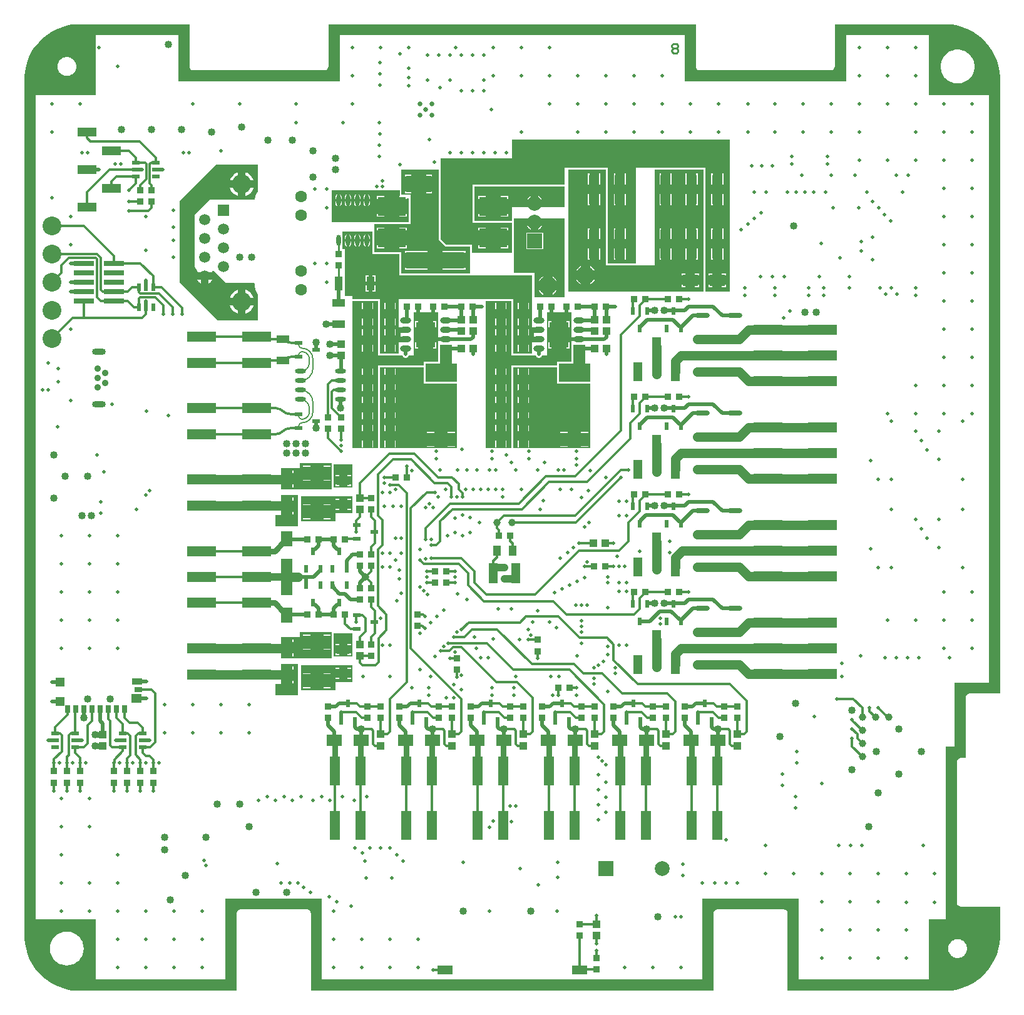
<source format=gbl>
G04*
G04 #@! TF.GenerationSoftware,Altium Limited,Altium Designer,22.9.1 (49)*
G04*
G04 Layer_Physical_Order=8*
G04 Layer_Color=16711680*
%FSLAX25Y25*%
%MOIN*%
G70*
G04*
G04 #@! TF.SameCoordinates,BD774D37-2A64-432E-85FC-E47F3F74055D*
G04*
G04*
G04 #@! TF.FilePolarity,Positive*
G04*
G01*
G75*
%ADD13R,0.04921X0.11024*%
%ADD14R,0.03740X0.03347*%
%ADD16R,0.07165X0.04882*%
G04:AMPARAMS|DCode=18|XSize=23.62mil|YSize=57.09mil|CornerRadius=11.81mil|HoleSize=0mil|Usage=FLASHONLY|Rotation=270.000|XOffset=0mil|YOffset=0mil|HoleType=Round|Shape=RoundedRectangle|*
%AMROUNDEDRECTD18*
21,1,0.02362,0.03347,0,0,270.0*
21,1,0.00000,0.05709,0,0,270.0*
1,1,0.02362,-0.01673,0.00000*
1,1,0.02362,-0.01673,0.00000*
1,1,0.02362,0.01673,0.00000*
1,1,0.02362,0.01673,0.00000*
%
%ADD18ROUNDEDRECTD18*%
%ADD19R,0.03937X0.03839*%
%ADD21R,0.03839X0.03937*%
%ADD29R,0.03347X0.03740*%
%ADD32R,0.03937X0.02362*%
%ADD33R,0.02362X0.03937*%
%ADD43R,0.06693X0.04134*%
%ADD91C,0.02600*%
%ADD93C,0.01000*%
%ADD95C,0.04000*%
%ADD96C,0.03937*%
%ADD99C,0.04000*%
%ADD100C,0.02000*%
%ADD101C,0.01200*%
%ADD102C,0.03000*%
%ADD103C,0.05000*%
%ADD104C,0.09843*%
%ADD105C,0.06299*%
%ADD106R,0.05906X0.05906*%
%ADD107C,0.05906*%
%ADD108C,0.10236*%
%ADD109O,0.07284X0.03347*%
%ADD110C,0.03543*%
%ADD111C,0.07874*%
%ADD112R,0.07874X0.07874*%
%ADD113C,0.10000*%
%ADD114C,0.02000*%
%ADD116C,0.00700*%
%ADD117R,0.07874X0.05118*%
%ADD118R,0.05512X0.03543*%
%ADD119R,0.03937X0.02756*%
%ADD120R,0.02756X0.03937*%
%ADD121R,0.04528X0.04724*%
%ADD122R,0.05709X0.04724*%
%ADD123R,0.10287X0.13787*%
G04:AMPARAMS|DCode=124|XSize=31.58mil|YSize=59.25mil|CornerRadius=15.79mil|HoleSize=0mil|Usage=FLASHONLY|Rotation=270.000|XOffset=0mil|YOffset=0mil|HoleType=Round|Shape=RoundedRectangle|*
%AMROUNDEDRECTD124*
21,1,0.03158,0.02768,0,0,270.0*
21,1,0.00000,0.05925,0,0,270.0*
1,1,0.03158,-0.01384,0.00000*
1,1,0.03158,-0.01384,0.00000*
1,1,0.03158,0.01384,0.00000*
1,1,0.03158,0.01384,0.00000*
%
%ADD124ROUNDEDRECTD124*%
G04:AMPARAMS|DCode=125|XSize=23.62mil|YSize=57.09mil|CornerRadius=11.81mil|HoleSize=0mil|Usage=FLASHONLY|Rotation=0.000|XOffset=0mil|YOffset=0mil|HoleType=Round|Shape=RoundedRectangle|*
%AMROUNDEDRECTD125*
21,1,0.02362,0.03347,0,0,0.0*
21,1,0.00000,0.05709,0,0,0.0*
1,1,0.02362,0.00000,-0.01673*
1,1,0.02362,0.00000,-0.01673*
1,1,0.02362,0.00000,0.01673*
1,1,0.02362,0.00000,0.01673*
%
%ADD125ROUNDEDRECTD125*%
%ADD126R,0.05512X0.15748*%
%ADD127R,0.15748X0.05512*%
%ADD128R,0.08268X0.06299*%
%ADD129R,0.10906X0.02559*%
%ADD130R,0.14173X0.07087*%
%ADD131R,0.06299X0.08268*%
%ADD132R,0.13780X0.07008*%
%ADD133R,0.04724X0.09882*%
%ADD134R,0.04331X0.05512*%
G04:AMPARAMS|DCode=135|XSize=27.56mil|YSize=78.74mil|CornerRadius=13.78mil|HoleSize=0mil|Usage=FLASHONLY|Rotation=270.000|XOffset=0mil|YOffset=0mil|HoleType=Round|Shape=RoundedRectangle|*
%AMROUNDEDRECTD135*
21,1,0.02756,0.05118,0,0,270.0*
21,1,0.00000,0.07874,0,0,270.0*
1,1,0.02756,-0.02559,0.00000*
1,1,0.02756,-0.02559,0.00000*
1,1,0.02756,0.02559,0.00000*
1,1,0.02756,0.02559,0.00000*
%
%ADD135ROUNDEDRECTD135*%
%ADD136R,0.04331X0.07677*%
%ADD137R,0.14961X0.09843*%
%ADD138R,0.13386X0.09055*%
%ADD139R,0.31102X0.09055*%
%ADD140R,0.09882X0.04724*%
G36*
X230315Y257477D02*
X231762D01*
X234642Y257193D01*
X237481Y256628D01*
X240251Y255788D01*
X242925Y254680D01*
X245477Y253316D01*
X247884Y251708D01*
X250121Y249872D01*
X252167Y247826D01*
X254004Y245588D01*
X255611Y243182D01*
X256976Y240629D01*
X258083Y237955D01*
X258924Y235186D01*
X259488Y232347D01*
X259772Y229467D01*
X259772Y228020D01*
X259772Y-99150D01*
X243606D01*
X242826Y-99305D01*
X242165Y-99747D01*
X241722Y-100409D01*
X241567Y-101189D01*
Y-133402D01*
X238882D01*
X238102Y-133557D01*
X237440Y-133999D01*
X236998Y-134661D01*
X236843Y-135441D01*
Y-210500D01*
X236998Y-211280D01*
X237440Y-211942D01*
X238102Y-212384D01*
X238882Y-212539D01*
X259772D01*
X259772Y-228004D01*
Y-229451D01*
X259488Y-232331D01*
X258924Y-235170D01*
X258083Y-237940D01*
X256976Y-240614D01*
X255611Y-243166D01*
X254004Y-245573D01*
X252167Y-247810D01*
X250121Y-249856D01*
X247884Y-251693D01*
X245477Y-253300D01*
X242925Y-254665D01*
X240251Y-255772D01*
X237481Y-256613D01*
X234642Y-257177D01*
X231762Y-257461D01*
X230315Y-257461D01*
X146724D01*
Y-216193D01*
X146569Y-215413D01*
X146127Y-214751D01*
X145465Y-214309D01*
X144685Y-214154D01*
X109252D01*
X108472Y-214309D01*
X107810Y-214751D01*
X107368Y-215413D01*
X107213Y-216193D01*
Y-257461D01*
X-107213D01*
Y-216193D01*
X-107368Y-215413D01*
X-107810Y-214751D01*
X-108472Y-214309D01*
X-109252Y-214154D01*
X-144685D01*
X-145465Y-214309D01*
X-146127Y-214751D01*
X-146569Y-215413D01*
X-146724Y-216193D01*
Y-257461D01*
X-230315Y-257461D01*
X-231762D01*
X-234642Y-257177D01*
X-237481Y-256613D01*
X-240251Y-255772D01*
X-242925Y-254665D01*
X-245477Y-253300D01*
X-247884Y-251693D01*
X-250121Y-249856D01*
X-252167Y-247810D01*
X-254004Y-245573D01*
X-255611Y-243166D01*
X-256976Y-240614D01*
X-258083Y-237940D01*
X-258924Y-235170D01*
X-259488Y-232331D01*
X-259772Y-229451D01*
X-259772Y-228004D01*
X-259772Y228020D01*
Y229467D01*
X-259488Y232347D01*
X-258924Y235186D01*
X-258083Y237955D01*
X-256976Y240629D01*
X-255611Y243182D01*
X-254004Y245588D01*
X-252167Y247826D01*
X-250121Y249872D01*
X-247884Y251708D01*
X-245477Y253316D01*
X-242925Y254680D01*
X-240251Y255788D01*
X-237481Y256628D01*
X-234642Y257193D01*
X-231762Y257477D01*
X-230315Y257477D01*
X-171882Y257477D01*
Y235016D01*
X-171726Y234235D01*
X-171284Y233574D01*
X-170623Y233132D01*
X-169843Y232977D01*
X-99843D01*
X-99062Y233132D01*
X-98401Y233574D01*
X-97959Y234235D01*
X-97803Y235016D01*
Y251500D01*
Y257477D01*
X97803D01*
Y251500D01*
Y235016D01*
X97959Y234235D01*
X98401Y233574D01*
X99062Y233132D01*
X99843Y232977D01*
X169843D01*
X170623Y233132D01*
X171284Y233574D01*
X171726Y234235D01*
X171882Y235016D01*
Y257477D01*
X230315Y257477D01*
D02*
G37*
%LPC*%
G36*
X-236919Y239900D02*
X-237481D01*
X-238039Y239837D01*
X-238586Y239712D01*
X-239116Y239527D01*
X-239622Y239283D01*
X-240098Y238984D01*
X-240537Y238634D01*
X-240934Y238237D01*
X-241284Y237798D01*
X-241583Y237322D01*
X-241827Y236816D01*
X-242012Y236286D01*
X-242137Y235739D01*
X-242200Y235181D01*
Y234619D01*
X-242137Y234061D01*
X-242012Y233514D01*
X-241827Y232984D01*
X-241583Y232478D01*
X-241284Y232002D01*
X-240934Y231563D01*
X-240537Y231166D01*
X-240098Y230816D01*
X-239622Y230517D01*
X-239116Y230273D01*
X-238586Y230088D01*
X-238039Y229963D01*
X-237481Y229900D01*
X-236919D01*
X-236361Y229963D01*
X-235814Y230088D01*
X-235284Y230273D01*
X-234778Y230517D01*
X-234302Y230816D01*
X-233863Y231166D01*
X-233466Y231563D01*
X-233116Y232002D01*
X-232817Y232478D01*
X-232573Y232984D01*
X-232388Y233514D01*
X-232263Y234061D01*
X-232200Y234619D01*
Y235181D01*
X-232263Y235739D01*
X-232388Y236286D01*
X-232573Y236816D01*
X-232817Y237322D01*
X-233116Y237798D01*
X-233466Y238237D01*
X-233863Y238634D01*
X-234302Y238984D01*
X-234778Y239283D01*
X-235284Y239527D01*
X-235814Y239712D01*
X-236361Y239837D01*
X-236919Y239900D01*
D02*
G37*
G36*
X221800Y251500D02*
X177800D01*
Y227000D01*
X91900D01*
Y251500D01*
X-91900D01*
Y227000D01*
X-177800D01*
Y251500D01*
X-221800D01*
Y219500D01*
X-253800D01*
Y-219500D01*
X-221800D01*
Y-251500D01*
X-152700D01*
Y-208200D01*
X-101300D01*
Y-251500D01*
X101300D01*
Y-208200D01*
X152700D01*
Y-251500D01*
X221800D01*
Y-219500D01*
X230900D01*
Y-127500D01*
X235600D01*
Y-93200D01*
X253800D01*
Y219500D01*
X221800D01*
Y251500D01*
D02*
G37*
G36*
X237593Y243900D02*
X236807D01*
X236024Y243831D01*
X235250Y243695D01*
X234491Y243492D01*
X233753Y243223D01*
X233040Y242891D01*
X232360Y242498D01*
X231716Y242047D01*
X231114Y241542D01*
X230558Y240986D01*
X230053Y240384D01*
X229602Y239740D01*
X229209Y239060D01*
X228877Y238347D01*
X228608Y237609D01*
X228405Y236850D01*
X228269Y236076D01*
X228200Y235293D01*
Y234507D01*
X228269Y233724D01*
X228405Y232950D01*
X228608Y232191D01*
X228877Y231453D01*
X229209Y230740D01*
X229602Y230060D01*
X230053Y229416D01*
X230558Y228814D01*
X231114Y228258D01*
X231716Y227753D01*
X232360Y227302D01*
X233040Y226909D01*
X233753Y226577D01*
X234491Y226308D01*
X235250Y226105D01*
X236024Y225969D01*
X236807Y225900D01*
X237593D01*
X238376Y225969D01*
X239150Y226105D01*
X239909Y226308D01*
X240647Y226577D01*
X241360Y226909D01*
X242040Y227302D01*
X242684Y227753D01*
X243286Y228258D01*
X243842Y228814D01*
X244347Y229416D01*
X244798Y230060D01*
X245191Y230740D01*
X245523Y231453D01*
X245792Y232191D01*
X245995Y232950D01*
X246131Y233724D01*
X246200Y234507D01*
Y235293D01*
X246131Y236076D01*
X245995Y236850D01*
X245792Y237609D01*
X245523Y238347D01*
X245191Y239060D01*
X244798Y239740D01*
X244347Y240384D01*
X243842Y240986D01*
X243286Y241542D01*
X242684Y242047D01*
X242040Y242498D01*
X241360Y242891D01*
X240647Y243223D01*
X239909Y243492D01*
X239150Y243695D01*
X238376Y243831D01*
X237593Y243900D01*
D02*
G37*
G36*
X237481Y-229900D02*
X236919D01*
X236361Y-229963D01*
X235814Y-230088D01*
X235284Y-230273D01*
X234778Y-230517D01*
X234302Y-230816D01*
X233863Y-231166D01*
X233466Y-231563D01*
X233116Y-232002D01*
X232817Y-232478D01*
X232573Y-232984D01*
X232388Y-233514D01*
X232263Y-234061D01*
X232200Y-234619D01*
Y-235181D01*
X232263Y-235739D01*
X232388Y-236286D01*
X232573Y-236816D01*
X232817Y-237322D01*
X233116Y-237798D01*
X233466Y-238237D01*
X233863Y-238634D01*
X234302Y-238984D01*
X234778Y-239283D01*
X235284Y-239527D01*
X235814Y-239712D01*
X236361Y-239837D01*
X236919Y-239900D01*
X237481D01*
X238039Y-239837D01*
X238586Y-239712D01*
X239116Y-239527D01*
X239622Y-239283D01*
X240098Y-238984D01*
X240537Y-238634D01*
X240934Y-238237D01*
X241284Y-237798D01*
X241583Y-237322D01*
X241827Y-236816D01*
X242012Y-236286D01*
X242137Y-235739D01*
X242200Y-235181D01*
Y-234619D01*
X242137Y-234061D01*
X242012Y-233514D01*
X241827Y-232984D01*
X241583Y-232478D01*
X241284Y-232002D01*
X240934Y-231563D01*
X240537Y-231166D01*
X240098Y-230816D01*
X239622Y-230517D01*
X239116Y-230273D01*
X238586Y-230088D01*
X238039Y-229963D01*
X237481Y-229900D01*
D02*
G37*
G36*
X-236807Y-225900D02*
X-237593D01*
X-238376Y-225969D01*
X-239150Y-226105D01*
X-239909Y-226308D01*
X-240647Y-226577D01*
X-241360Y-226909D01*
X-242040Y-227302D01*
X-242684Y-227753D01*
X-243286Y-228258D01*
X-243842Y-228814D01*
X-244347Y-229416D01*
X-244798Y-230060D01*
X-245191Y-230740D01*
X-245523Y-231453D01*
X-245792Y-232191D01*
X-245995Y-232950D01*
X-246131Y-233724D01*
X-246200Y-234507D01*
Y-235293D01*
X-246131Y-236076D01*
X-245995Y-236850D01*
X-245792Y-237609D01*
X-245523Y-238347D01*
X-245191Y-239060D01*
X-244798Y-239740D01*
X-244347Y-240384D01*
X-243842Y-240986D01*
X-243286Y-241542D01*
X-242684Y-242047D01*
X-242040Y-242498D01*
X-241360Y-242891D01*
X-240647Y-243223D01*
X-239909Y-243492D01*
X-239150Y-243695D01*
X-238376Y-243831D01*
X-237593Y-243900D01*
X-236807D01*
X-236024Y-243831D01*
X-235250Y-243695D01*
X-234491Y-243492D01*
X-233753Y-243223D01*
X-233040Y-242891D01*
X-232360Y-242498D01*
X-231716Y-242047D01*
X-231114Y-241542D01*
X-230558Y-240986D01*
X-230053Y-240384D01*
X-229602Y-239740D01*
X-229209Y-239060D01*
X-228877Y-238347D01*
X-228608Y-237609D01*
X-228405Y-236850D01*
X-228269Y-236076D01*
X-228200Y-235293D01*
Y-234507D01*
X-228269Y-233724D01*
X-228405Y-232950D01*
X-228608Y-232191D01*
X-228877Y-231453D01*
X-229209Y-230740D01*
X-229602Y-230060D01*
X-230053Y-229416D01*
X-230558Y-228814D01*
X-231114Y-228258D01*
X-231716Y-227753D01*
X-232360Y-227302D01*
X-233040Y-226909D01*
X-233753Y-226577D01*
X-234491Y-226308D01*
X-235250Y-226105D01*
X-236024Y-225969D01*
X-236807Y-225900D01*
D02*
G37*
%LPD*%
G36*
X28000Y160000D02*
X0D01*
Y152500D01*
X-20000D01*
Y171000D01*
X28000D01*
Y160000D01*
D02*
G37*
G36*
X-59900Y165886D02*
X-59968D01*
Y164465D01*
X-55988D01*
Y164500D01*
X-55000D01*
Y152000D01*
X-96000D01*
Y169000D01*
X-59900D01*
Y165886D01*
D02*
G37*
G36*
X102000Y115000D02*
X30000D01*
Y180000D01*
X50000D01*
Y129000D01*
X76000D01*
Y180000D01*
X102000D01*
Y115000D01*
D02*
G37*
G36*
X-39000Y142441D02*
X-35559Y139000D01*
X-22500D01*
Y124500D01*
X-59000D01*
Y136000D01*
X-73500D01*
Y151000D01*
X-54000D01*
Y166500D01*
X-59000D01*
Y180000D01*
X-39000D01*
Y142441D01*
D02*
G37*
G36*
X116000Y115000D02*
X103000D01*
Y181000D01*
X66000D01*
Y130000D01*
X51000D01*
Y181000D01*
X28000D01*
Y172000D01*
X-21000D01*
Y151500D01*
X0D01*
Y135500D01*
X-21500D01*
Y140000D01*
X-35000D01*
X-38000Y143000D01*
Y186000D01*
X0D01*
Y196000D01*
X116000D01*
Y115000D01*
D02*
G37*
G36*
X28000Y112000D02*
X12000D01*
Y125000D01*
X1000D01*
Y154000D01*
X28000D01*
Y112000D01*
D02*
G37*
G36*
X-135500Y168329D02*
X-135789Y167916D01*
X-136156Y167281D01*
X-136466Y166617D01*
X-136717Y165928D01*
X-136906Y165219D01*
X-137034Y164497D01*
X-137077Y164000D01*
X-161000Y164000D01*
X-169000Y156000D01*
X-169000Y128400D01*
X-167759Y126000D01*
X-167759Y126000D01*
X-167759D01*
X-167568Y125606D01*
X-167687Y125400D01*
X-159713D01*
X-159832Y125606D01*
X-159605Y126000D01*
X-159000D01*
X-152500Y119500D01*
X-137429Y119500D01*
X-137068Y119106D01*
X-137098Y118767D01*
Y118033D01*
X-137034Y117303D01*
X-136906Y116581D01*
X-136717Y115872D01*
X-136466Y115183D01*
X-136156Y114519D01*
X-135789Y113884D01*
X-135500Y113471D01*
Y99500D01*
X-156700D01*
X-177000Y119800D01*
Y163400D01*
X-157900Y182500D01*
X-135500D01*
Y168329D01*
D02*
G37*
G36*
X-74500Y135000D02*
X-59968D01*
Y123500D01*
X10500D01*
Y96079D01*
X14272D01*
Y92921D01*
X11500D01*
Y91079D01*
X14272D01*
Y87921D01*
X10500D01*
Y82000D01*
X500D01*
Y111000D01*
X-60500D01*
Y96079D01*
X-56728D01*
Y92921D01*
X-59500D01*
Y91079D01*
X-56728D01*
Y87921D01*
X-60500D01*
Y82000D01*
X-70500D01*
Y111000D01*
X-85000D01*
Y112500D01*
X-89000D01*
Y137500D01*
X-90500D01*
Y147000D01*
X-74500D01*
Y135000D01*
D02*
G37*
G36*
X39000Y76500D02*
X41500D01*
Y67000D01*
X25000D01*
Y76500D01*
X32500D01*
Y86500D01*
X39000D01*
Y76500D01*
D02*
G37*
G36*
X-32000D02*
X-29500D01*
Y67000D01*
X-46000D01*
Y76500D01*
X-38500D01*
Y86500D01*
X-32000D01*
Y76500D01*
D02*
G37*
G36*
X24000Y66000D02*
X41500D01*
Y31500D01*
X34915D01*
X34906Y31506D01*
X34596Y31635D01*
X34268Y31700D01*
X33933D01*
X33604Y31635D01*
X33295Y31506D01*
X33285Y31500D01*
X9610D01*
X9601Y31506D01*
X9291Y31635D01*
X8963Y31700D01*
X8628D01*
X8299Y31635D01*
X7990Y31506D01*
X7980Y31500D01*
X500D01*
Y74500D01*
X24000D01*
Y66000D01*
D02*
G37*
G36*
X-500Y81000D02*
X12647D01*
X12693Y80846D01*
X12851Y80551D01*
X13064Y80292D01*
X13323Y80080D01*
X13618Y79922D01*
X13938Y79825D01*
X14272Y79792D01*
X14605Y79825D01*
X14925Y79922D01*
X15221Y80080D01*
X15480Y80292D01*
X15692Y80551D01*
X15850Y80846D01*
X15897Y81000D01*
X18500D01*
Y103000D01*
Y104000D01*
X31500D01*
Y103000D01*
Y77500D01*
X24000D01*
Y75500D01*
X-500D01*
Y31500D01*
X-14000D01*
Y110000D01*
X-500D01*
Y81000D01*
D02*
G37*
G36*
X-47000Y66000D02*
X-29500D01*
Y31500D01*
X-39602D01*
X-39612Y31506D01*
X-39921Y31635D01*
X-40250Y31700D01*
X-40585D01*
X-40913Y31635D01*
X-41223Y31506D01*
X-41232Y31500D01*
X-70500D01*
Y74500D01*
X-47000D01*
Y66000D01*
D02*
G37*
G36*
X-71500Y81000D02*
X-58353D01*
X-58307Y80846D01*
X-58149Y80551D01*
X-57936Y80292D01*
X-57677Y80080D01*
X-57382Y79922D01*
X-57062Y79825D01*
X-56728Y79792D01*
X-56395Y79825D01*
X-56075Y79922D01*
X-55779Y80080D01*
X-55520Y80292D01*
X-55308Y80551D01*
X-55150Y80846D01*
X-55103Y81000D01*
X-52500D01*
Y103000D01*
Y104000D01*
X-39500D01*
Y103000D01*
Y77500D01*
X-47000D01*
Y75500D01*
X-71500D01*
Y31500D01*
X-85000Y31500D01*
Y110000D01*
X-71500D01*
Y81000D01*
D02*
G37*
G36*
X-85000Y10500D02*
X-95000D01*
Y23000D01*
X-85000D01*
Y10500D01*
D02*
G37*
G36*
X-96000Y9500D02*
X-123000D01*
Y10551D01*
Y15185D01*
Y19819D01*
Y21000D01*
X-113000D01*
Y23500D01*
X-96000D01*
Y9500D01*
D02*
G37*
G36*
X-85000Y-3000D02*
X-94000D01*
Y-7500D01*
X-112500D01*
Y6000D01*
X-85000D01*
Y-3000D01*
D02*
G37*
G36*
X-114000Y-10000D02*
X-126000D01*
Y-4000D01*
X-123000D01*
Y-3819D01*
Y815D01*
Y5449D01*
Y6500D01*
X-114000D01*
Y-10000D01*
D02*
G37*
G36*
X-85000Y-79500D02*
X-95000D01*
Y-67000D01*
X-85000D01*
Y-79500D01*
D02*
G37*
G36*
X-96000Y-80500D02*
X-123000D01*
Y-79449D01*
Y-74815D01*
Y-70181D01*
Y-69000D01*
X-113000D01*
Y-66500D01*
X-96000D01*
Y-80500D01*
D02*
G37*
G36*
X-85000Y-93000D02*
X-94000D01*
Y-97500D01*
X-112500D01*
Y-84000D01*
X-85000D01*
Y-93000D01*
D02*
G37*
G36*
X-114000Y-100000D02*
X-126000D01*
Y-94000D01*
X-123000D01*
Y-93819D01*
Y-89185D01*
Y-84551D01*
Y-83500D01*
X-114000D01*
Y-100000D01*
D02*
G37*
%LPC*%
G36*
X-2051Y165886D02*
X-6032D01*
Y164465D01*
X-2051D01*
Y165886D01*
D02*
G37*
G36*
X-14031D02*
X-18012D01*
Y164465D01*
X-14031D01*
Y165886D01*
D02*
G37*
G36*
X14000Y165969D02*
Y164000D01*
X15969D01*
X15697Y164470D01*
X15343Y164932D01*
X14932Y165343D01*
X14470Y165697D01*
X14000Y165969D01*
D02*
G37*
G36*
X10000D02*
X9530Y165697D01*
X9068Y165343D01*
X8657Y164932D01*
X8303Y164470D01*
X8031Y164000D01*
X10000D01*
Y165969D01*
D02*
G37*
G36*
X-2051Y156465D02*
X-6032D01*
Y155043D01*
X-2051D01*
Y156465D01*
D02*
G37*
G36*
X-14031D02*
X-18012D01*
Y155043D01*
X-14031D01*
Y156465D01*
D02*
G37*
G36*
X-76750Y166907D02*
Y164478D01*
X-75811D01*
Y165402D01*
X-75843Y165731D01*
X-75939Y166048D01*
X-76095Y166340D01*
X-76306Y166596D01*
X-76561Y166806D01*
X-76750Y166907D01*
D02*
G37*
G36*
X-78250D02*
X-78439Y166806D01*
X-78694Y166596D01*
X-78904Y166340D01*
X-79061Y166048D01*
X-79157Y165731D01*
X-79189Y165402D01*
Y164478D01*
X-78250D01*
Y166907D01*
D02*
G37*
G36*
X-81750D02*
Y164478D01*
X-80811D01*
Y165402D01*
X-80843Y165731D01*
X-80939Y166048D01*
X-81095Y166340D01*
X-81305Y166596D01*
X-81561Y166806D01*
X-81750Y166907D01*
D02*
G37*
G36*
X-83250D02*
X-83438Y166806D01*
X-83694Y166596D01*
X-83904Y166340D01*
X-84061Y166048D01*
X-84157Y165731D01*
X-84189Y165402D01*
Y164478D01*
X-83250D01*
Y166907D01*
D02*
G37*
G36*
X-86750D02*
Y164478D01*
X-85811D01*
Y165402D01*
X-85843Y165731D01*
X-85939Y166048D01*
X-86095Y166340D01*
X-86305Y166596D01*
X-86562Y166806D01*
X-86750Y166907D01*
D02*
G37*
G36*
X-88250D02*
X-88438Y166806D01*
X-88695Y166596D01*
X-88905Y166340D01*
X-89061Y166048D01*
X-89157Y165731D01*
X-89189Y165402D01*
Y164478D01*
X-88250D01*
Y166907D01*
D02*
G37*
G36*
X-91750D02*
Y164478D01*
X-90811D01*
Y165402D01*
X-90843Y165731D01*
X-90939Y166048D01*
X-91096Y166340D01*
X-91306Y166596D01*
X-91562Y166806D01*
X-91750Y166907D01*
D02*
G37*
G36*
X-93250D02*
X-93439Y166806D01*
X-93695Y166596D01*
X-93905Y166340D01*
X-94061Y166048D01*
X-94157Y165731D01*
X-94189Y165402D01*
Y164478D01*
X-93250D01*
Y166907D01*
D02*
G37*
G36*
X-67968Y165886D02*
X-71949D01*
Y164465D01*
X-67968D01*
Y165886D01*
D02*
G37*
G36*
X-75811Y162978D02*
X-76750D01*
Y160550D01*
X-76561Y160651D01*
X-76306Y160861D01*
X-76095Y161117D01*
X-75939Y161409D01*
X-75843Y161726D01*
X-75811Y162055D01*
Y162978D01*
D02*
G37*
G36*
X-78250D02*
X-79189D01*
Y162055D01*
X-79157Y161726D01*
X-79061Y161409D01*
X-78904Y161117D01*
X-78694Y160861D01*
X-78439Y160651D01*
X-78250Y160550D01*
Y162978D01*
D02*
G37*
G36*
X-80811D02*
X-81750D01*
Y160550D01*
X-81561Y160651D01*
X-81305Y160861D01*
X-81095Y161117D01*
X-80939Y161409D01*
X-80843Y161726D01*
X-80811Y162055D01*
Y162978D01*
D02*
G37*
G36*
X-83250D02*
X-84189D01*
Y162055D01*
X-84157Y161726D01*
X-84061Y161409D01*
X-83904Y161117D01*
X-83694Y160861D01*
X-83438Y160651D01*
X-83250Y160550D01*
Y162978D01*
D02*
G37*
G36*
X-85811D02*
X-86750D01*
Y160550D01*
X-86562Y160651D01*
X-86305Y160861D01*
X-86095Y161117D01*
X-85939Y161409D01*
X-85843Y161726D01*
X-85811Y162055D01*
Y162978D01*
D02*
G37*
G36*
X-88250D02*
X-89189D01*
Y162055D01*
X-89157Y161726D01*
X-89061Y161409D01*
X-88905Y161117D01*
X-88695Y160861D01*
X-88438Y160651D01*
X-88250Y160550D01*
Y162978D01*
D02*
G37*
G36*
X-90811D02*
X-91750D01*
Y160550D01*
X-91562Y160651D01*
X-91306Y160861D01*
X-91096Y161117D01*
X-90939Y161409D01*
X-90843Y161726D01*
X-90811Y162055D01*
Y162978D01*
D02*
G37*
G36*
X-93250D02*
X-94189D01*
Y162055D01*
X-94157Y161726D01*
X-94061Y161409D01*
X-93905Y161117D01*
X-93695Y160861D01*
X-93439Y160651D01*
X-93250Y160550D01*
Y162978D01*
D02*
G37*
G36*
X-55988Y156465D02*
X-59968D01*
Y155043D01*
X-55988D01*
Y156465D01*
D02*
G37*
G36*
X-67968D02*
X-71949D01*
Y155043D01*
X-67968D01*
Y156465D01*
D02*
G37*
G36*
X46866Y177841D02*
X46110D01*
Y171967D01*
X46866D01*
Y177841D01*
D02*
G37*
G36*
X41110D02*
X40354D01*
Y171967D01*
X41110D01*
Y177841D01*
D02*
G37*
G36*
X84976Y177841D02*
X84220D01*
Y171967D01*
X84976D01*
Y177841D01*
D02*
G37*
G36*
X98756D02*
X98000D01*
Y171967D01*
X98756D01*
Y177841D01*
D02*
G37*
G36*
X93000D02*
X92244D01*
Y171967D01*
X93000D01*
Y177841D01*
D02*
G37*
G36*
X79220D02*
X78465D01*
Y171967D01*
X79220D01*
Y177841D01*
D02*
G37*
G36*
X98756Y166967D02*
X98000D01*
Y161093D01*
X98756D01*
Y166967D01*
D02*
G37*
G36*
X93000D02*
X92244D01*
Y161093D01*
X93000D01*
Y166967D01*
D02*
G37*
G36*
X84976D02*
X84220D01*
Y161093D01*
X84976D01*
Y166967D01*
D02*
G37*
G36*
X79220D02*
X78465D01*
Y161093D01*
X79220D01*
Y166967D01*
D02*
G37*
G36*
X46866Y166967D02*
X46110D01*
Y161093D01*
X46866D01*
Y166967D01*
D02*
G37*
G36*
X41110D02*
X40354D01*
Y161093D01*
X41110D01*
Y166967D01*
D02*
G37*
G36*
X84976Y148707D02*
X84220D01*
Y142833D01*
X84976D01*
Y148707D01*
D02*
G37*
G36*
X98756D02*
X98000D01*
Y142833D01*
X98756D01*
Y148707D01*
D02*
G37*
G36*
X93000D02*
X92244D01*
Y142833D01*
X93000D01*
Y148707D01*
D02*
G37*
G36*
X79220D02*
X78465D01*
Y142833D01*
X79220D01*
Y148707D01*
D02*
G37*
G36*
X46866Y148707D02*
X46110D01*
Y142833D01*
X46866D01*
Y148707D01*
D02*
G37*
G36*
X41110D02*
X40354D01*
Y142833D01*
X41110D01*
Y148707D01*
D02*
G37*
G36*
X98756Y137833D02*
X98000D01*
Y131959D01*
X98756D01*
Y137833D01*
D02*
G37*
G36*
X93000D02*
X92244D01*
Y131959D01*
X93000D01*
Y137833D01*
D02*
G37*
G36*
X84976D02*
X84220D01*
Y131959D01*
X84976D01*
Y137833D01*
D02*
G37*
G36*
X79220D02*
X78465D01*
Y131959D01*
X79220D01*
Y137833D01*
D02*
G37*
G36*
X46866Y137833D02*
X46110D01*
Y131959D01*
X46866D01*
Y137833D01*
D02*
G37*
G36*
X41110D02*
X40354D01*
Y131959D01*
X41110D01*
Y137833D01*
D02*
G37*
G36*
X41539Y128569D02*
Y126256D01*
X43853D01*
X43792Y126382D01*
X43468Y126898D01*
X43088Y127374D01*
X42658Y127805D01*
X42181Y128184D01*
X41666Y128508D01*
X41539Y128569D01*
D02*
G37*
G36*
X36539Y128569D02*
X36413Y128508D01*
X35897Y128184D01*
X35421Y127805D01*
X34991Y127374D01*
X34611Y126898D01*
X34287Y126382D01*
X34226Y126256D01*
X36539D01*
Y128569D01*
D02*
G37*
G36*
X99449Y124650D02*
X97315D01*
Y123500D01*
X99449D01*
Y124650D01*
D02*
G37*
G36*
X92315D02*
X90181D01*
Y123500D01*
X92315D01*
Y124650D01*
D02*
G37*
G36*
X36539Y121256D02*
X34226D01*
X34287Y121129D01*
X34611Y120614D01*
X34991Y120138D01*
X35421Y119707D01*
X35897Y119328D01*
X36413Y119004D01*
X36539Y118943D01*
Y121256D01*
D02*
G37*
G36*
X43853D02*
X41539D01*
Y118943D01*
X41666Y119004D01*
X42181Y119328D01*
X42658Y119707D01*
X43088Y120138D01*
X43468Y120614D01*
X43792Y121129D01*
X43853Y121256D01*
D02*
G37*
G36*
X99449Y118500D02*
X97315D01*
Y117350D01*
X99449D01*
Y118500D01*
D02*
G37*
G36*
X92315D02*
X90181D01*
Y117350D01*
X92315D01*
Y118500D01*
D02*
G37*
G36*
X-42602Y177303D02*
X-45795D01*
Y176276D01*
X-42602D01*
Y177303D01*
D02*
G37*
G36*
X-53795D02*
X-56988D01*
Y176276D01*
X-53795D01*
Y177303D01*
D02*
G37*
G36*
X-42602Y168276D02*
X-45795D01*
Y167248D01*
X-42602D01*
Y168276D01*
D02*
G37*
G36*
X-53795D02*
X-56988D01*
Y167248D01*
X-53795D01*
Y168276D01*
D02*
G37*
G36*
X-55988Y148957D02*
X-59968D01*
Y147535D01*
X-55988D01*
Y148957D01*
D02*
G37*
G36*
X-67968D02*
X-71949D01*
Y147535D01*
X-67968D01*
Y148957D01*
D02*
G37*
G36*
X-55988Y139535D02*
X-59968D01*
Y138114D01*
X-55988D01*
Y139535D01*
D02*
G37*
G36*
X-67968D02*
X-71949D01*
Y138114D01*
X-67968D01*
Y139535D01*
D02*
G37*
G36*
X-24886Y136752D02*
X-36937D01*
Y135724D01*
X-24886D01*
Y136752D01*
D02*
G37*
G36*
X-44937D02*
X-56988D01*
Y135724D01*
X-44937D01*
Y136752D01*
D02*
G37*
G36*
X-24886Y127724D02*
X-36937D01*
Y126697D01*
X-24886D01*
Y127724D01*
D02*
G37*
G36*
X-44937D02*
X-56988D01*
Y126697D01*
X-44937D01*
Y127724D01*
D02*
G37*
G36*
X60646Y177841D02*
X59890D01*
Y171967D01*
X60646D01*
Y177841D01*
D02*
G37*
G36*
X54890D02*
X54134D01*
Y171967D01*
X54890D01*
Y177841D01*
D02*
G37*
G36*
X112535Y177841D02*
X111779D01*
Y171967D01*
X112535D01*
Y177841D01*
D02*
G37*
G36*
X106780D02*
X106024D01*
Y171967D01*
X106780D01*
Y177841D01*
D02*
G37*
G36*
X112535Y166967D02*
X111779D01*
Y161093D01*
X112535D01*
Y166967D01*
D02*
G37*
G36*
X106780D02*
X106024D01*
Y161093D01*
X106780D01*
Y166967D01*
D02*
G37*
G36*
X60646Y166967D02*
X59890D01*
Y161093D01*
X60646D01*
Y166967D01*
D02*
G37*
G36*
X54890D02*
X54134D01*
Y161093D01*
X54890D01*
Y166967D01*
D02*
G37*
G36*
X-2051Y148957D02*
X-6032D01*
Y147535D01*
X-2051D01*
Y148957D01*
D02*
G37*
G36*
X-14031D02*
X-18012D01*
Y147535D01*
X-14031D01*
Y148957D01*
D02*
G37*
G36*
X112535Y148707D02*
X111779D01*
Y142833D01*
X112535D01*
Y148707D01*
D02*
G37*
G36*
X106780D02*
X106024D01*
Y142833D01*
X106780D01*
Y148707D01*
D02*
G37*
G36*
X60646Y148707D02*
X59890D01*
Y142833D01*
X60646D01*
Y148707D01*
D02*
G37*
G36*
X54890D02*
X54134D01*
Y142833D01*
X54890D01*
Y148707D01*
D02*
G37*
G36*
X-2051Y139535D02*
X-6032D01*
Y138114D01*
X-2051D01*
Y139535D01*
D02*
G37*
G36*
X-14031D02*
X-18012D01*
Y138114D01*
X-14031D01*
Y139535D01*
D02*
G37*
G36*
X112535Y137833D02*
X111779D01*
Y131959D01*
X112535D01*
Y137833D01*
D02*
G37*
G36*
X106780D02*
X106024D01*
Y131959D01*
X106780D01*
Y137833D01*
D02*
G37*
G36*
X60646Y137833D02*
X59890D01*
Y131959D01*
X60646D01*
Y137833D01*
D02*
G37*
G36*
X54890D02*
X54134D01*
Y131959D01*
X54890D01*
Y137833D01*
D02*
G37*
G36*
X113819Y124650D02*
X111685D01*
Y123500D01*
X113819D01*
Y124650D01*
D02*
G37*
G36*
X106685D02*
X104551D01*
Y123500D01*
X106685D01*
Y124650D01*
D02*
G37*
G36*
X113819Y118500D02*
X111685D01*
Y117350D01*
X113819D01*
Y118500D01*
D02*
G37*
G36*
X106685D02*
X104551D01*
Y117350D01*
X106685D01*
Y118500D01*
D02*
G37*
G36*
X15969Y150000D02*
X14000D01*
Y148031D01*
X14470Y148303D01*
X14932Y148657D01*
X15343Y149068D01*
X15697Y149530D01*
X15969Y150000D01*
D02*
G37*
G36*
X10000D02*
X8031D01*
X8303Y149530D01*
X8657Y149068D01*
X9068Y148657D01*
X9530Y148303D01*
X10000Y148031D01*
Y150000D01*
D02*
G37*
G36*
X16437Y146437D02*
X7563D01*
Y137563D01*
X16437D01*
Y146437D01*
D02*
G37*
G36*
X21461Y123057D02*
Y120744D01*
X23774D01*
X23713Y120871D01*
X23389Y121386D01*
X23009Y121862D01*
X22579Y122293D01*
X22103Y122672D01*
X21587Y122996D01*
X21461Y123057D01*
D02*
G37*
G36*
X16461Y123057D02*
X16334Y122996D01*
X15819Y122672D01*
X15342Y122293D01*
X14912Y121862D01*
X14532Y121386D01*
X14208Y120871D01*
X14147Y120744D01*
X16461D01*
Y123057D01*
D02*
G37*
G36*
X23774Y115744D02*
X21461D01*
Y113431D01*
X21587Y113492D01*
X22103Y113816D01*
X22579Y114195D01*
X23009Y114626D01*
X23389Y115102D01*
X23713Y115618D01*
X23774Y115744D01*
D02*
G37*
G36*
X16461D02*
X14147D01*
X14208Y115618D01*
X14532Y115102D01*
X14912Y114626D01*
X15342Y114195D01*
X15819Y113816D01*
X16334Y113492D01*
X16461Y113431D01*
Y115744D01*
D02*
G37*
G36*
X-142000Y178509D02*
Y174200D01*
X-137691D01*
X-137761Y174432D01*
X-138010Y175033D01*
X-138317Y175607D01*
X-138678Y176147D01*
X-139090Y176650D01*
X-139550Y177110D01*
X-140053Y177522D01*
X-140594Y177883D01*
X-141167Y178190D01*
X-141768Y178439D01*
X-142000Y178509D01*
D02*
G37*
G36*
X-146000D02*
X-146232Y178439D01*
X-146833Y178190D01*
X-147406Y177883D01*
X-147947Y177522D01*
X-148450Y177110D01*
X-148910Y176650D01*
X-149322Y176147D01*
X-149683Y175607D01*
X-149990Y175033D01*
X-150239Y174432D01*
X-150309Y174200D01*
X-146000D01*
Y178509D01*
D02*
G37*
G36*
X-137691Y170200D02*
X-142000D01*
Y165891D01*
X-141768Y165961D01*
X-141167Y166210D01*
X-140594Y166517D01*
X-140053Y166878D01*
X-139550Y167290D01*
X-139090Y167750D01*
X-138678Y168253D01*
X-138317Y168793D01*
X-138010Y169367D01*
X-137761Y169968D01*
X-137691Y170200D01*
D02*
G37*
G36*
X-146000D02*
X-150309D01*
X-150239Y169968D01*
X-149990Y169367D01*
X-149683Y168793D01*
X-149322Y168253D01*
X-148910Y167750D01*
X-148450Y167290D01*
X-147947Y166878D01*
X-147406Y166517D01*
X-146833Y166210D01*
X-146232Y165961D01*
X-146000Y165891D01*
Y170200D01*
D02*
G37*
G36*
X-159713Y121400D02*
X-161700D01*
Y119413D01*
X-161221Y119690D01*
X-160758Y120045D01*
X-160345Y120458D01*
X-159990Y120921D01*
X-159713Y121400D01*
D02*
G37*
G36*
X-165700D02*
X-167687D01*
X-167410Y120921D01*
X-167055Y120458D01*
X-166642Y120045D01*
X-166179Y119690D01*
X-165700Y119413D01*
Y121400D01*
D02*
G37*
G36*
X-142000Y115909D02*
Y111600D01*
X-137691D01*
X-137761Y111832D01*
X-138010Y112433D01*
X-138317Y113006D01*
X-138678Y113547D01*
X-139090Y114050D01*
X-139550Y114510D01*
X-140053Y114922D01*
X-140594Y115283D01*
X-141167Y115590D01*
X-141768Y115839D01*
X-142000Y115909D01*
D02*
G37*
G36*
X-146000D02*
X-146232Y115839D01*
X-146833Y115590D01*
X-147406Y115283D01*
X-147947Y114922D01*
X-148450Y114510D01*
X-148910Y114050D01*
X-149322Y113547D01*
X-149683Y113006D01*
X-149990Y112433D01*
X-150239Y111832D01*
X-150309Y111600D01*
X-146000D01*
Y115909D01*
D02*
G37*
G36*
X-137691Y107600D02*
X-142000D01*
Y103291D01*
X-141768Y103361D01*
X-141167Y103610D01*
X-140594Y103917D01*
X-140053Y104278D01*
X-139550Y104690D01*
X-139090Y105150D01*
X-138678Y105653D01*
X-138317Y106193D01*
X-138010Y106767D01*
X-137761Y107368D01*
X-137691Y107600D01*
D02*
G37*
G36*
X-146000D02*
X-150309D01*
X-150239Y107368D01*
X-149990Y106767D01*
X-149683Y106193D01*
X-149322Y105653D01*
X-148910Y105150D01*
X-148450Y104690D01*
X-147947Y104278D01*
X-147406Y103917D01*
X-146833Y103610D01*
X-146232Y103361D01*
X-146000Y103291D01*
Y107600D01*
D02*
G37*
G36*
X-76750Y145450D02*
Y143022D01*
X-75811D01*
Y143945D01*
X-75843Y144274D01*
X-75939Y144591D01*
X-76095Y144883D01*
X-76306Y145139D01*
X-76561Y145349D01*
X-76750Y145450D01*
D02*
G37*
G36*
X-78250D02*
X-78439Y145349D01*
X-78694Y145139D01*
X-78904Y144883D01*
X-79061Y144591D01*
X-79157Y144274D01*
X-79189Y143945D01*
Y143022D01*
X-78250D01*
Y145450D01*
D02*
G37*
G36*
X-81750D02*
Y143022D01*
X-80811D01*
Y143945D01*
X-80843Y144274D01*
X-80939Y144591D01*
X-81095Y144883D01*
X-81305Y145139D01*
X-81561Y145349D01*
X-81750Y145450D01*
D02*
G37*
G36*
X-83250D02*
X-83438Y145349D01*
X-83694Y145139D01*
X-83904Y144883D01*
X-84061Y144591D01*
X-84157Y144274D01*
X-84189Y143945D01*
Y143022D01*
X-83250D01*
Y145450D01*
D02*
G37*
G36*
X-86750D02*
Y143022D01*
X-85811D01*
Y143945D01*
X-85843Y144274D01*
X-85939Y144591D01*
X-86095Y144883D01*
X-86305Y145139D01*
X-86562Y145349D01*
X-86750Y145450D01*
D02*
G37*
G36*
X-88250D02*
X-88438Y145349D01*
X-88695Y145139D01*
X-88905Y144883D01*
X-89061Y144591D01*
X-89157Y144274D01*
X-89189Y143945D01*
Y143022D01*
X-88250D01*
Y145450D01*
D02*
G37*
G36*
X-75811Y141522D02*
X-76750D01*
Y139093D01*
X-76561Y139194D01*
X-76306Y139404D01*
X-76095Y139660D01*
X-75939Y139952D01*
X-75843Y140269D01*
X-75811Y140598D01*
Y141522D01*
D02*
G37*
G36*
X-78250D02*
X-79189D01*
Y140598D01*
X-79157Y140269D01*
X-79061Y139952D01*
X-78904Y139660D01*
X-78694Y139404D01*
X-78439Y139194D01*
X-78250Y139093D01*
Y141522D01*
D02*
G37*
G36*
X-80811D02*
X-81750D01*
Y139093D01*
X-81561Y139194D01*
X-81305Y139404D01*
X-81095Y139660D01*
X-80939Y139952D01*
X-80843Y140269D01*
X-80811Y140598D01*
Y141522D01*
D02*
G37*
G36*
X-83250D02*
X-84189D01*
Y140598D01*
X-84157Y140269D01*
X-84061Y139952D01*
X-83904Y139660D01*
X-83694Y139404D01*
X-83438Y139194D01*
X-83250Y139093D01*
Y141522D01*
D02*
G37*
G36*
X-85811D02*
X-86750D01*
Y139093D01*
X-86562Y139194D01*
X-86305Y139404D01*
X-86095Y139660D01*
X-85939Y139952D01*
X-85843Y140269D01*
X-85811Y140598D01*
Y141522D01*
D02*
G37*
G36*
X-88250D02*
X-89189D01*
Y140598D01*
X-89157Y140269D01*
X-89061Y139952D01*
X-88905Y139660D01*
X-88695Y139404D01*
X-88438Y139194D01*
X-88250Y139093D01*
Y141522D01*
D02*
G37*
G36*
X-72905Y123698D02*
X-74571D01*
Y120360D01*
X-72905D01*
Y123698D01*
D02*
G37*
G36*
X-76571D02*
X-78236D01*
Y120360D01*
X-76571D01*
Y123698D01*
D02*
G37*
G36*
X-72905Y118360D02*
X-74571D01*
Y115021D01*
X-72905D01*
Y118360D01*
D02*
G37*
G36*
X-76571D02*
X-78236D01*
Y115021D01*
X-76571D01*
Y118360D01*
D02*
G37*
G36*
X8965Y109012D02*
X8504D01*
Y105500D01*
X8965D01*
Y109012D01*
D02*
G37*
G36*
X-62035D02*
X-62496D01*
Y105500D01*
X-62035D01*
Y109012D01*
D02*
G37*
G36*
X3504D02*
X3043D01*
Y105500D01*
X3504D01*
Y109012D01*
D02*
G37*
G36*
X-67496D02*
X-67957D01*
Y105500D01*
X-67496D01*
Y109012D01*
D02*
G37*
G36*
X8965Y100500D02*
X8504D01*
Y96988D01*
X8965D01*
Y100500D01*
D02*
G37*
G36*
X3504D02*
X3043D01*
Y96988D01*
X3504D01*
Y100500D01*
D02*
G37*
G36*
X-62035D02*
X-62496D01*
Y96988D01*
X-62035D01*
Y100500D01*
D02*
G37*
G36*
X-67496D02*
X-67957D01*
Y96988D01*
X-67496D01*
Y100500D01*
D02*
G37*
G36*
X8965Y95012D02*
X8504D01*
Y91500D01*
X8965D01*
Y95012D01*
D02*
G37*
G36*
X-62035D02*
X-62496D01*
Y91500D01*
X-62035D01*
Y95012D01*
D02*
G37*
G36*
X3504D02*
X3043D01*
Y91500D01*
X3504D01*
Y95012D01*
D02*
G37*
G36*
X-67496D02*
X-67957D01*
Y91500D01*
X-67496D01*
Y95012D01*
D02*
G37*
G36*
X8965Y86500D02*
X8504D01*
Y82988D01*
X8965D01*
Y86500D01*
D02*
G37*
G36*
X3504D02*
X3043D01*
Y82988D01*
X3504D01*
Y86500D01*
D02*
G37*
G36*
X-62035D02*
X-62496D01*
Y82988D01*
X-62035D01*
Y86500D01*
D02*
G37*
G36*
X-67496D02*
X-67957D01*
Y82988D01*
X-67496D01*
Y86500D01*
D02*
G37*
G36*
X8965Y74012D02*
X8504D01*
Y70500D01*
X8965D01*
Y74012D01*
D02*
G37*
G36*
X3504D02*
X3043D01*
Y70500D01*
X3504D01*
Y74012D01*
D02*
G37*
G36*
X8965Y65500D02*
X8504D01*
Y61988D01*
X8965D01*
Y65500D01*
D02*
G37*
G36*
X3504D02*
X3043D01*
Y61988D01*
X3504D01*
Y65500D01*
D02*
G37*
G36*
X8965Y59012D02*
X8504D01*
Y55500D01*
X8965D01*
Y59012D01*
D02*
G37*
G36*
X3504D02*
X3043D01*
Y55500D01*
X3504D01*
Y59012D01*
D02*
G37*
G36*
X8965Y50500D02*
X8504D01*
Y46988D01*
X8965D01*
Y50500D01*
D02*
G37*
G36*
X3504D02*
X3043D01*
Y46988D01*
X3504D01*
Y50500D01*
D02*
G37*
G36*
X8965Y44012D02*
X8504D01*
Y40500D01*
X8965D01*
Y44012D01*
D02*
G37*
G36*
X3504D02*
X3043D01*
Y40500D01*
X3504D01*
Y44012D01*
D02*
G37*
G36*
X40587Y40327D02*
X36500D01*
Y39783D01*
X40587D01*
Y40327D01*
D02*
G37*
G36*
X29500D02*
X25413D01*
Y39783D01*
X29500D01*
Y40327D01*
D02*
G37*
G36*
X40587Y32783D02*
X36500D01*
Y32240D01*
X40587D01*
Y32783D01*
D02*
G37*
G36*
X29500D02*
X25413D01*
Y32240D01*
X29500D01*
Y32783D01*
D02*
G37*
G36*
X8965Y35500D02*
X8504D01*
Y31988D01*
X8965D01*
Y35500D01*
D02*
G37*
G36*
X3504D02*
X3043D01*
Y31988D01*
X3504D01*
Y35500D01*
D02*
G37*
G36*
X-3043Y109012D02*
X-3504D01*
Y105500D01*
X-3043D01*
Y109012D01*
D02*
G37*
G36*
X-8504D02*
X-8965D01*
Y105500D01*
X-8504D01*
Y109012D01*
D02*
G37*
G36*
X-3043Y100500D02*
X-3504D01*
Y96988D01*
X-3043D01*
Y100500D01*
D02*
G37*
G36*
X-8504D02*
X-8965D01*
Y96988D01*
X-8504D01*
Y100500D01*
D02*
G37*
G36*
X30644Y99394D02*
X29000D01*
Y96000D01*
X30644D01*
Y99394D01*
D02*
G37*
G36*
X21000D02*
X19356D01*
Y96000D01*
X21000D01*
Y99394D01*
D02*
G37*
G36*
X-3043Y95012D02*
X-3504D01*
Y91500D01*
X-3043D01*
Y95012D01*
D02*
G37*
G36*
X-8504D02*
X-8965D01*
Y91500D01*
X-8504D01*
Y95012D01*
D02*
G37*
G36*
X30644Y88000D02*
X29000D01*
Y84606D01*
X30644D01*
Y88000D01*
D02*
G37*
G36*
X21000D02*
X19356D01*
Y84606D01*
X21000D01*
Y88000D01*
D02*
G37*
G36*
X-3043Y86500D02*
X-3504D01*
Y82988D01*
X-3043D01*
Y86500D01*
D02*
G37*
G36*
X-8504D02*
X-8965D01*
Y82988D01*
X-8504D01*
Y86500D01*
D02*
G37*
G36*
X-3043Y74012D02*
X-3504D01*
Y70500D01*
X-3043D01*
Y74012D01*
D02*
G37*
G36*
X-8504D02*
X-8965D01*
Y70500D01*
X-8504D01*
Y74012D01*
D02*
G37*
G36*
X-3043Y65500D02*
X-3504D01*
Y61988D01*
X-3043D01*
Y65500D01*
D02*
G37*
G36*
X-8504D02*
X-8965D01*
Y61988D01*
X-8504D01*
Y65500D01*
D02*
G37*
G36*
X-3043Y59012D02*
X-3504D01*
Y55500D01*
X-3043D01*
Y59012D01*
D02*
G37*
G36*
X-8504D02*
X-8965D01*
Y55500D01*
X-8504D01*
Y59012D01*
D02*
G37*
G36*
X-3043Y50500D02*
X-3504D01*
Y46988D01*
X-3043D01*
Y50500D01*
D02*
G37*
G36*
X-8504D02*
X-8965D01*
Y46988D01*
X-8504D01*
Y50500D01*
D02*
G37*
G36*
X-3043Y44012D02*
X-3504D01*
Y40500D01*
X-3043D01*
Y44012D01*
D02*
G37*
G36*
X-8504D02*
X-8965D01*
Y40500D01*
X-8504D01*
Y44012D01*
D02*
G37*
G36*
X-3043Y35500D02*
X-3504D01*
Y31988D01*
X-3043D01*
Y35500D01*
D02*
G37*
G36*
X-8504D02*
X-8965D01*
Y31988D01*
X-8504D01*
Y35500D01*
D02*
G37*
G36*
X-62035Y74012D02*
X-62496D01*
Y70500D01*
X-62035D01*
Y74012D01*
D02*
G37*
G36*
X-67496D02*
X-67957D01*
Y70500D01*
X-67496D01*
Y74012D01*
D02*
G37*
G36*
X-62035Y65500D02*
X-62496D01*
Y61988D01*
X-62035D01*
Y65500D01*
D02*
G37*
G36*
X-67496D02*
X-67957D01*
Y61988D01*
X-67496D01*
Y65500D01*
D02*
G37*
G36*
X-62035Y59012D02*
X-62496D01*
Y55500D01*
X-62035D01*
Y59012D01*
D02*
G37*
G36*
X-67496D02*
X-67957D01*
Y55500D01*
X-67496D01*
Y59012D01*
D02*
G37*
G36*
X-62035Y50500D02*
X-62496D01*
Y46988D01*
X-62035D01*
Y50500D01*
D02*
G37*
G36*
X-67496D02*
X-67957D01*
Y46988D01*
X-67496D01*
Y50500D01*
D02*
G37*
G36*
X-62035Y44012D02*
X-62496D01*
Y40500D01*
X-62035D01*
Y44012D01*
D02*
G37*
G36*
X-67496D02*
X-67957D01*
Y40500D01*
X-67496D01*
Y44012D01*
D02*
G37*
G36*
X-30413Y40327D02*
X-34500D01*
Y39783D01*
X-30413D01*
Y40327D01*
D02*
G37*
G36*
X-41500D02*
X-45587D01*
Y39783D01*
X-41500D01*
Y40327D01*
D02*
G37*
G36*
X-30413Y32783D02*
X-34500D01*
Y32240D01*
X-30413D01*
Y32783D01*
D02*
G37*
G36*
X-41500D02*
X-45587D01*
Y32240D01*
X-41500D01*
Y32783D01*
D02*
G37*
G36*
X-62035Y35500D02*
X-62496D01*
Y31988D01*
X-62035D01*
Y35500D01*
D02*
G37*
G36*
X-67496D02*
X-67957D01*
Y31988D01*
X-67496D01*
Y35500D01*
D02*
G37*
G36*
X-74043Y109012D02*
X-74504D01*
Y105500D01*
X-74043D01*
Y109012D01*
D02*
G37*
G36*
X-79504D02*
X-79965D01*
Y105500D01*
X-79504D01*
Y109012D01*
D02*
G37*
G36*
X-74043Y100500D02*
X-74504D01*
Y96988D01*
X-74043D01*
Y100500D01*
D02*
G37*
G36*
X-79504D02*
X-79965D01*
Y96988D01*
X-79504D01*
Y100500D01*
D02*
G37*
G36*
X-40356Y99394D02*
X-42000D01*
Y96000D01*
X-40356D01*
Y99394D01*
D02*
G37*
G36*
X-50000D02*
X-51644D01*
Y96000D01*
X-50000D01*
Y99394D01*
D02*
G37*
G36*
X-74043Y95012D02*
X-74504D01*
Y91500D01*
X-74043D01*
Y95012D01*
D02*
G37*
G36*
X-79504D02*
X-79965D01*
Y91500D01*
X-79504D01*
Y95012D01*
D02*
G37*
G36*
X-40356Y88000D02*
X-42000D01*
Y84606D01*
X-40356D01*
Y88000D01*
D02*
G37*
G36*
X-50000D02*
X-51644D01*
Y84606D01*
X-50000D01*
Y88000D01*
D02*
G37*
G36*
X-74043Y86500D02*
X-74504D01*
Y82988D01*
X-74043D01*
Y86500D01*
D02*
G37*
G36*
X-79504D02*
X-79965D01*
Y82988D01*
X-79504D01*
Y86500D01*
D02*
G37*
G36*
X-74043Y74012D02*
X-74504D01*
Y70500D01*
X-74043D01*
Y74012D01*
D02*
G37*
G36*
X-79504D02*
X-79965D01*
Y70500D01*
X-79504D01*
Y74012D01*
D02*
G37*
G36*
X-74043Y65500D02*
X-74504D01*
Y61988D01*
X-74043D01*
Y65500D01*
D02*
G37*
G36*
X-79504D02*
X-79965D01*
Y61988D01*
X-79504D01*
Y65500D01*
D02*
G37*
G36*
X-74043Y59012D02*
X-74504D01*
Y55500D01*
X-74043D01*
Y59012D01*
D02*
G37*
G36*
X-79504D02*
X-79965D01*
Y55500D01*
X-79504D01*
Y59012D01*
D02*
G37*
G36*
X-74043Y50500D02*
X-74504D01*
Y46988D01*
X-74043D01*
Y50500D01*
D02*
G37*
G36*
X-79504D02*
X-79965D01*
Y46988D01*
X-79504D01*
Y50500D01*
D02*
G37*
G36*
X-74043Y44012D02*
X-74504D01*
Y40500D01*
X-74043D01*
Y44012D01*
D02*
G37*
G36*
X-79504D02*
X-79965D01*
Y40500D01*
X-79504D01*
Y44012D01*
D02*
G37*
G36*
X-74043Y35500D02*
X-74504D01*
Y31988D01*
X-74043D01*
Y35500D01*
D02*
G37*
G36*
X-79504D02*
X-79965D01*
Y31988D01*
X-79504D01*
Y35500D01*
D02*
G37*
G36*
X-85917Y17358D02*
X-87750D01*
Y16667D01*
X-85917D01*
Y17358D01*
D02*
G37*
G36*
X-92250D02*
X-94083D01*
Y16667D01*
X-92250D01*
Y17358D01*
D02*
G37*
G36*
X-85917Y12167D02*
X-87750D01*
Y11476D01*
X-85917D01*
Y12167D01*
D02*
G37*
G36*
X-92250D02*
X-94083D01*
Y11476D01*
X-92250D01*
Y12167D01*
D02*
G37*
G36*
X-96610Y22299D02*
X-100500D01*
Y21795D01*
X-96610D01*
Y22299D01*
D02*
G37*
G36*
X-107500D02*
X-111390D01*
Y21795D01*
X-107500D01*
Y22299D01*
D02*
G37*
G36*
X-116350Y19819D02*
X-117000D01*
Y18185D01*
X-116350D01*
Y19819D01*
D02*
G37*
G36*
X-96610Y14795D02*
X-100500D01*
Y14291D01*
X-96610D01*
Y14795D01*
D02*
G37*
G36*
X-107500D02*
X-111390D01*
Y14291D01*
X-107500D01*
Y14795D01*
D02*
G37*
G36*
X-116350Y12185D02*
X-117000D01*
Y10551D01*
X-116350D01*
Y12185D01*
D02*
G37*
G36*
X-85917Y4524D02*
X-87750D01*
Y3833D01*
X-85917D01*
Y4524D01*
D02*
G37*
G36*
X-92250D02*
X-94083D01*
Y3833D01*
X-92250D01*
Y4524D01*
D02*
G37*
G36*
X-96610Y1709D02*
X-100500D01*
Y1205D01*
X-96610D01*
Y1709D01*
D02*
G37*
G36*
X-107500D02*
X-111390D01*
Y1205D01*
X-107500D01*
Y1709D01*
D02*
G37*
G36*
X-85917Y-667D02*
X-87750D01*
Y-1358D01*
X-85917D01*
Y-667D01*
D02*
G37*
G36*
X-92250D02*
X-94083D01*
Y-1358D01*
X-92250D01*
Y-667D01*
D02*
G37*
G36*
X-96610Y-5795D02*
X-100500D01*
Y-6299D01*
X-96610D01*
Y-5795D01*
D02*
G37*
G36*
X-107500D02*
X-111390D01*
Y-6299D01*
X-107500D01*
Y-5795D01*
D02*
G37*
G36*
X-116350Y5449D02*
X-117000D01*
Y3815D01*
X-116350D01*
Y5449D01*
D02*
G37*
G36*
Y-2185D02*
X-117000D01*
Y-3819D01*
X-116350D01*
Y-2185D01*
D02*
G37*
G36*
X-85917Y-72642D02*
X-87750D01*
Y-73333D01*
X-85917D01*
Y-72642D01*
D02*
G37*
G36*
X-92250D02*
X-94083D01*
Y-73333D01*
X-92250D01*
Y-72642D01*
D02*
G37*
G36*
X-85917Y-77833D02*
X-87750D01*
Y-78524D01*
X-85917D01*
Y-77833D01*
D02*
G37*
G36*
X-92250D02*
X-94083D01*
Y-78524D01*
X-92250D01*
Y-77833D01*
D02*
G37*
G36*
X-96610Y-67701D02*
X-100500D01*
Y-68205D01*
X-96610D01*
Y-67701D01*
D02*
G37*
G36*
X-107500D02*
X-111390D01*
Y-68205D01*
X-107500D01*
Y-67701D01*
D02*
G37*
G36*
X-116350Y-70181D02*
X-117000D01*
Y-71815D01*
X-116350D01*
Y-70181D01*
D02*
G37*
G36*
X-96610Y-75205D02*
X-100500D01*
Y-75709D01*
X-96610D01*
Y-75205D01*
D02*
G37*
G36*
X-107500D02*
X-111390D01*
Y-75709D01*
X-107500D01*
Y-75205D01*
D02*
G37*
G36*
X-116350Y-77815D02*
X-117000D01*
Y-79449D01*
X-116350D01*
Y-77815D01*
D02*
G37*
G36*
X-85917Y-85476D02*
X-87750D01*
Y-86167D01*
X-85917D01*
Y-85476D01*
D02*
G37*
G36*
X-92250D02*
X-94083D01*
Y-86167D01*
X-92250D01*
Y-85476D01*
D02*
G37*
G36*
X-96610Y-88291D02*
X-100500D01*
Y-88795D01*
X-96610D01*
Y-88291D01*
D02*
G37*
G36*
X-107500D02*
X-111390D01*
Y-88795D01*
X-107500D01*
Y-88291D01*
D02*
G37*
G36*
X-85917Y-90667D02*
X-87750D01*
Y-91358D01*
X-85917D01*
Y-90667D01*
D02*
G37*
G36*
X-92250D02*
X-94083D01*
Y-91358D01*
X-92250D01*
Y-90667D01*
D02*
G37*
G36*
X-96610Y-95795D02*
X-100500D01*
Y-96299D01*
X-96610D01*
Y-95795D01*
D02*
G37*
G36*
X-107500D02*
X-111390D01*
Y-96299D01*
X-107500D01*
Y-95795D01*
D02*
G37*
G36*
X-116350Y-84551D02*
X-117000D01*
Y-86185D01*
X-116350D01*
Y-84551D01*
D02*
G37*
G36*
Y-92185D02*
X-117000D01*
Y-93819D01*
X-116350D01*
Y-92185D01*
D02*
G37*
%LPD*%
D13*
X6004Y89000D02*
D03*
X-6004D02*
D03*
Y103000D02*
D03*
X6004D02*
D03*
X-64996D02*
D03*
X-77004D02*
D03*
X-64996Y89000D02*
D03*
X-77004D02*
D03*
Y68000D02*
D03*
X-64996D02*
D03*
X-77004Y53000D02*
D03*
X-64996D02*
D03*
X-77004Y38000D02*
D03*
X-64996D02*
D03*
X6004Y68000D02*
D03*
X-6004D02*
D03*
X6004Y53000D02*
D03*
X-6004D02*
D03*
X6004Y38000D02*
D03*
X-6004D02*
D03*
X2004Y-35000D02*
D03*
X-10004D02*
D03*
D14*
X-191000Y-146551D02*
D03*
Y-140449D02*
D03*
X-198000D02*
D03*
Y-146551D02*
D03*
X-205000Y-140449D02*
D03*
Y-146551D02*
D03*
X-212000D02*
D03*
Y-140449D02*
D03*
X-230000Y-146551D02*
D03*
Y-140449D02*
D03*
X-237000Y-146551D02*
D03*
Y-140449D02*
D03*
X-244000Y-146551D02*
D03*
Y-140449D02*
D03*
X-81000Y-31051D02*
D03*
Y-24949D02*
D03*
X-75000Y-31051D02*
D03*
Y-24949D02*
D03*
X-81000Y-42949D02*
D03*
Y-49051D02*
D03*
X-75000Y-42949D02*
D03*
Y-49051D02*
D03*
Y-72949D02*
D03*
Y-79051D02*
D03*
X-98000Y-112051D02*
D03*
Y-105949D02*
D03*
X-77000Y-112051D02*
D03*
Y-105949D02*
D03*
X-70000Y-112051D02*
D03*
Y-105949D02*
D03*
X-60000Y-112051D02*
D03*
Y-105949D02*
D03*
X-39000Y-112051D02*
D03*
Y-105949D02*
D03*
X-32000Y-112051D02*
D03*
Y-105949D02*
D03*
X-22000Y-112051D02*
D03*
Y-105949D02*
D03*
X-1000Y-112051D02*
D03*
Y-105949D02*
D03*
X6000Y-112051D02*
D03*
Y-105949D02*
D03*
X16000Y-112051D02*
D03*
Y-105949D02*
D03*
X37000Y-112051D02*
D03*
Y-105949D02*
D03*
X44000Y-112051D02*
D03*
Y-105949D02*
D03*
X54000Y-112051D02*
D03*
Y-105949D02*
D03*
X75000Y-112051D02*
D03*
Y-105949D02*
D03*
X82000Y-112051D02*
D03*
Y-105949D02*
D03*
X92000D02*
D03*
Y-112051D02*
D03*
X113000D02*
D03*
Y-105949D02*
D03*
X120000Y-112051D02*
D03*
Y-105949D02*
D03*
X13500Y-70449D02*
D03*
Y-76551D02*
D03*
X-29509Y-86284D02*
D03*
Y-80182D02*
D03*
X-50500Y-56949D02*
D03*
Y-63051D02*
D03*
X-75000Y-1051D02*
D03*
Y5051D02*
D03*
X-98000Y41949D02*
D03*
Y48051D02*
D03*
X-91000Y41949D02*
D03*
Y48051D02*
D03*
X-92500Y135000D02*
D03*
Y128898D02*
D03*
X36000Y-221949D02*
D03*
Y-228051D02*
D03*
X45000Y-239949D02*
D03*
Y-246051D02*
D03*
X-198000Y169051D02*
D03*
Y162949D02*
D03*
X-192000Y169051D02*
D03*
Y162949D02*
D03*
D16*
X-90000Y1583D02*
D03*
Y14417D02*
D03*
Y-75583D02*
D03*
Y-88417D02*
D03*
D18*
X-91272Y72500D02*
D03*
Y67500D02*
D03*
Y62500D02*
D03*
Y57500D02*
D03*
X-112728Y72500D02*
D03*
Y67500D02*
D03*
Y62500D02*
D03*
Y57500D02*
D03*
D19*
X-81000Y-72900D02*
D03*
Y-79100D02*
D03*
X-70000Y-127000D02*
D03*
Y-120800D02*
D03*
X-32000Y-127000D02*
D03*
Y-120800D02*
D03*
X6000Y-127000D02*
D03*
Y-120800D02*
D03*
X44000Y-127000D02*
D03*
Y-120800D02*
D03*
X82000Y-127000D02*
D03*
Y-120800D02*
D03*
X120000Y-127000D02*
D03*
Y-120800D02*
D03*
X-81000Y-1100D02*
D03*
Y5100D02*
D03*
X-91000Y80900D02*
D03*
Y87100D02*
D03*
X45000Y-228100D02*
D03*
Y-221900D02*
D03*
X-218000Y-120900D02*
D03*
Y-127100D02*
D03*
D21*
X43900Y100000D02*
D03*
X50100D02*
D03*
X43900Y94000D02*
D03*
X50100D02*
D03*
X-20900D02*
D03*
X-27100D02*
D03*
X43900Y84500D02*
D03*
X50100D02*
D03*
X-27100D02*
D03*
X-20900D02*
D03*
Y100000D02*
D03*
X-27100D02*
D03*
X49600Y-19000D02*
D03*
X43400D02*
D03*
D29*
X21051Y107000D02*
D03*
X14949D02*
D03*
X35051D02*
D03*
X28949D02*
D03*
X43949D02*
D03*
X50051D02*
D03*
X-20949D02*
D03*
X-27051D02*
D03*
X-42051D02*
D03*
X-35949D02*
D03*
X-56051D02*
D03*
X-49949D02*
D03*
X-109051Y-17000D02*
D03*
X-102949D02*
D03*
X-88949D02*
D03*
X-95051D02*
D03*
X-102949Y-57000D02*
D03*
X-109051D02*
D03*
X-88949D02*
D03*
X-95051D02*
D03*
X71051Y111000D02*
D03*
X64949D02*
D03*
X82949D02*
D03*
X89051D02*
D03*
X71051Y59000D02*
D03*
X64949D02*
D03*
X89051D02*
D03*
X82949D02*
D03*
X71051Y7000D02*
D03*
X64949D02*
D03*
X89051D02*
D03*
X82949D02*
D03*
X71051Y-45000D02*
D03*
X64949D02*
D03*
X82949D02*
D03*
X89051D02*
D03*
X-7051Y-15000D02*
D03*
X-949D02*
D03*
X43449Y-31500D02*
D03*
X49551D02*
D03*
X30551Y-96000D02*
D03*
X24449D02*
D03*
X-34949Y-34000D02*
D03*
X-41051D02*
D03*
Y-40000D02*
D03*
X-34949D02*
D03*
X-55949Y16000D02*
D03*
X-62051D02*
D03*
D32*
X-82724Y-16740D02*
D03*
Y-9260D02*
D03*
X-73276Y-13000D02*
D03*
X-82724Y-64740D02*
D03*
Y-57260D02*
D03*
X-73276Y-61000D02*
D03*
X-104276Y46000D02*
D03*
X-113724Y49740D02*
D03*
Y42260D02*
D03*
X-104276Y84000D02*
D03*
X-113724Y87740D02*
D03*
Y80260D02*
D03*
X-207315Y-120260D02*
D03*
Y-124000D02*
D03*
Y-127740D02*
D03*
X-196685D02*
D03*
Y-124000D02*
D03*
Y-120260D02*
D03*
X-243315D02*
D03*
Y-124000D02*
D03*
Y-127740D02*
D03*
X-232685D02*
D03*
Y-124000D02*
D03*
Y-120260D02*
D03*
X-200315Y183740D02*
D03*
X-189685D02*
D03*
Y180000D02*
D03*
Y176260D02*
D03*
X-200315D02*
D03*
Y180000D02*
D03*
D33*
X-109740Y-41276D02*
D03*
X-102260D02*
D03*
X-106000Y-50724D02*
D03*
X-102260Y-32724D02*
D03*
X-109740D02*
D03*
X-106000Y-23276D02*
D03*
X-95740Y-32724D02*
D03*
X-92000Y-23276D02*
D03*
X-88260Y-32724D02*
D03*
X-88260Y-41276D02*
D03*
X-92000Y-50724D02*
D03*
X-95740Y-41276D02*
D03*
X30240Y-113624D02*
D03*
X22760D02*
D03*
X26500Y-104176D02*
D03*
X-83760Y-113624D02*
D03*
X-91240D02*
D03*
X-87500Y-104176D02*
D03*
X-45760Y-113624D02*
D03*
X-53240D02*
D03*
X-49500Y-104176D02*
D03*
X-7760Y-113624D02*
D03*
X-15240D02*
D03*
X-11500Y-104176D02*
D03*
X60760Y-113624D02*
D03*
X64500Y-104176D02*
D03*
X68240Y-113624D02*
D03*
X98760D02*
D03*
X102500Y-104176D02*
D03*
X106240Y-113624D02*
D03*
X68000Y95276D02*
D03*
X71740Y104724D02*
D03*
X64260D02*
D03*
X89740Y95276D02*
D03*
X86000Y104724D02*
D03*
X82260Y95276D02*
D03*
X64260Y52724D02*
D03*
X71740D02*
D03*
X68000Y43276D02*
D03*
X82260D02*
D03*
X86000Y52724D02*
D03*
X89740Y43276D02*
D03*
X64260Y724D02*
D03*
X71740D02*
D03*
X68000Y-8724D02*
D03*
X89740D02*
D03*
X82260D02*
D03*
X86000Y724D02*
D03*
X64260Y-51276D02*
D03*
X71740D02*
D03*
X68000Y-60724D02*
D03*
X89740D02*
D03*
X82260D02*
D03*
X86000Y-51276D02*
D03*
X-198740Y106685D02*
D03*
X-195000D02*
D03*
X-191260D02*
D03*
Y117315D02*
D03*
X-195000D02*
D03*
X-198740D02*
D03*
D43*
X-122000Y78390D02*
D03*
Y89610D02*
D03*
X-92500Y109000D02*
D03*
Y97780D02*
D03*
D91*
X-42850Y208850D02*
D03*
Y215150D02*
D03*
X-49150D02*
D03*
Y208850D02*
D03*
X-46000Y212000D02*
D03*
D93*
X-92500Y119360D02*
Y128898D01*
Y135000D02*
Y142272D01*
X85000Y246165D02*
X85833Y246998D01*
X87499D01*
X88332Y246165D01*
Y245332D01*
X87499Y244499D01*
X88332Y243666D01*
Y242833D01*
X87499Y242000D01*
X85833D01*
X85000Y242833D01*
Y243666D01*
X85833Y244499D01*
X85000Y245332D01*
Y246165D01*
X85833Y244499D02*
X87499D01*
D95*
X190000Y-170000D02*
D03*
X-140000D02*
D03*
X-160000Y200000D02*
D03*
X150000Y150000D02*
D03*
X162000Y104000D02*
D03*
X156000D02*
D03*
X-145000Y-158000D02*
D03*
X-157000D02*
D03*
X-214000Y-102000D02*
D03*
X-226000D02*
D03*
X142500Y-122000D02*
D03*
X151000Y-104500D02*
D03*
X-226000Y16500D02*
D03*
X-238000D02*
D03*
X3500Y60500D02*
D03*
X8500D02*
D03*
X13500D02*
D03*
X3500Y45500D02*
D03*
X8500D02*
D03*
X13500D02*
D03*
X-57500D02*
D03*
X-62500D02*
D03*
X-67500D02*
D03*
X-57500Y60500D02*
D03*
X-62500D02*
D03*
X-67500D02*
D03*
X-99000Y97780D02*
D03*
X-144000Y202500D02*
D03*
X-138799Y133400D02*
D03*
X-145000D02*
D03*
X-26000Y-215000D02*
D03*
X77000Y71000D02*
D03*
Y19000D02*
D03*
Y-85000D02*
D03*
Y-33000D02*
D03*
X-120000Y29000D02*
D03*
X-115000D02*
D03*
X-110000D02*
D03*
Y34000D02*
D03*
X-115000D02*
D03*
X-120000D02*
D03*
X-229000Y-4500D02*
D03*
X-106000Y176000D02*
D03*
X-94000Y186000D02*
D03*
X-130000Y195500D02*
D03*
X-117000D02*
D03*
X-94000Y180000D02*
D03*
X-106000Y190000D02*
D03*
X194000Y-130000D02*
D03*
X205800Y-142000D02*
D03*
X218000Y-130000D02*
D03*
X205800Y-118000D02*
D03*
X180828Y-139667D02*
D03*
X195048Y-152000D02*
D03*
X232969D02*
D03*
X237709Y-108000D02*
D03*
X180828D02*
D03*
X10000Y-215000D02*
D03*
X-222149Y-120900D02*
D03*
Y-127100D02*
D03*
X-163000Y-175555D02*
D03*
X-185000Y-182445D02*
D03*
Y-175555D02*
D03*
X-174000Y-196000D02*
D03*
X-182000Y-209000D02*
D03*
X-136429Y-205000D02*
D03*
X-119958D02*
D03*
X-244000Y5000D02*
D03*
Y28000D02*
D03*
X-223996Y-4500D02*
D03*
X-228022Y-111978D02*
D03*
X-183000Y246756D02*
D03*
X-176000Y201276D02*
D03*
X-192000D02*
D03*
X-208000D02*
D03*
X77724Y-218000D02*
D03*
X-43000Y102000D02*
D03*
X-82000Y89000D02*
D03*
Y68000D02*
D03*
X-43000Y82000D02*
D03*
X-82000Y103000D02*
D03*
Y53000D02*
D03*
X-49000Y82000D02*
D03*
X-82000Y38000D02*
D03*
X-49000Y102000D02*
D03*
X-11000Y53000D02*
D03*
Y68000D02*
D03*
Y38000D02*
D03*
X28000Y102000D02*
D03*
X22000D02*
D03*
X28000Y82000D02*
D03*
X-11000Y89000D02*
D03*
X22000Y82000D02*
D03*
X-11000Y103000D02*
D03*
X-91272Y53000D02*
D03*
X-97000Y80900D02*
D03*
X-104276Y88100D02*
D03*
X-97000Y87100D02*
D03*
X-104276Y42260D02*
D03*
X-50000Y164000D02*
D03*
Y158000D02*
D03*
Y152000D02*
D03*
X-44000Y164000D02*
D03*
Y158000D02*
D03*
Y152000D02*
D03*
Y146000D02*
D03*
X-50000D02*
D03*
Y140000D02*
D03*
X-44000D02*
D03*
X-87500Y20000D02*
D03*
X-117000Y-7000D02*
D03*
X-123000D02*
D03*
X76000Y105000D02*
D03*
X81000D02*
D03*
X76000Y53000D02*
D03*
X81000D02*
D03*
X76000Y1000D02*
D03*
X81000D02*
D03*
X-78000Y-37000D02*
D03*
X-114000D02*
D03*
X81000Y-51000D02*
D03*
X-123000Y-97000D02*
D03*
X-87500Y-70000D02*
D03*
X-92500D02*
D03*
X-117000Y-97000D02*
D03*
X-92500Y20000D02*
D03*
X-80321Y-117994D02*
D03*
X-42321D02*
D03*
X-4321D02*
D03*
X33679D02*
D03*
X71679D02*
D03*
X109679D02*
D03*
X76000Y-51000D02*
D03*
D96*
X-8000Y-8000D02*
D03*
X186414Y-111746D02*
D03*
Y-118746D02*
D03*
X193414Y-111746D02*
D03*
X200414D02*
D03*
X186414Y-125746D02*
D03*
Y-132746D02*
D03*
X0Y-8000D02*
D03*
D99*
X-136133Y-37000D02*
X-120000D01*
X-9543Y-32000D02*
X-4000D01*
X-10004Y-32461D02*
X-9543Y-32000D01*
X1543Y-38000D02*
X2004Y-37539D01*
X-4000Y-38000D02*
X1543D01*
X2004Y-37539D02*
Y-35000D01*
D100*
X50100Y100000D02*
Y107000D01*
X-91360Y80900D02*
X-91000Y80539D01*
X-120000Y-57000D02*
X-109051D01*
X-235136Y130000D02*
X-227933D01*
X-235136Y120000D02*
X-227933D01*
X-235136Y115000D02*
X-227933D01*
X-195000Y106685D02*
Y110000D01*
X-226516Y180000D02*
X-220000D01*
X-200315D02*
X-197000D01*
X14272Y81500D02*
Y84500D01*
X-20900Y81500D02*
Y84500D01*
X28000Y102541D02*
X28949Y103490D01*
Y107000D01*
X28000Y102000D02*
Y102541D01*
X21051Y103490D02*
X22000Y102541D01*
X21051Y103490D02*
Y107000D01*
X22000Y102000D02*
Y102541D01*
X-43000D02*
X-42051Y103490D01*
Y107000D01*
X-43000Y102000D02*
Y102541D01*
X-49949Y103490D02*
X-49000Y102541D01*
X-49949Y103490D02*
Y107000D01*
X-49000Y102000D02*
Y102541D01*
X-91000Y80900D02*
Y81539D01*
Y80539D02*
Y80900D01*
Y72667D02*
Y80539D01*
X81000Y105000D02*
X92000D01*
X81000Y53000D02*
X92000D01*
X-20900Y100000D02*
Y107000D01*
X81000Y1000D02*
X92000D01*
X81000Y-51000D02*
X92000D01*
X-218000Y-120900D02*
Y-115051D01*
X-219360Y-113691D02*
Y-107461D01*
Y-113691D02*
X-218000Y-115051D01*
X-245197Y-93130D02*
X-240915D01*
X-245197Y-103327D02*
X-240915D01*
X-199872Y-92539D02*
X-194803D01*
X-199970Y-101594D02*
X-194803D01*
X-196685Y-124000D02*
X-193000D01*
X-211000D02*
X-207315D01*
X-232685D02*
X-229000D01*
X-247000D02*
X-243315D01*
X-228022Y-111978D02*
Y-107461D01*
X-195000Y117315D02*
Y121000D01*
X-189685Y180000D02*
X-186000D01*
X92000Y105000D02*
X94000Y107000D01*
X107000D01*
X71141Y-4000D02*
X85416D01*
X68181Y-6960D02*
X71141Y-4000D01*
X68181Y-7756D02*
Y-6960D01*
X68000Y-7937D02*
X68181Y-7756D01*
X78698Y-55200D02*
X84616D01*
X73174Y-60724D02*
X78698Y-55200D01*
X68000Y-60724D02*
X73174D01*
X84616Y-55200D02*
X89172Y-59756D01*
X-43500Y89500D02*
X-35272D01*
X-22071D02*
X-20900Y90672D01*
X-46000Y92000D02*
X-43500Y89500D01*
X-20900Y90672D02*
Y94000D01*
X-35272Y89500D02*
X-22071D01*
X-56728Y81500D02*
Y84500D01*
X-20900Y107000D02*
X-16000D01*
X-20949D02*
X-20900D01*
X-35272Y84500D02*
X-27100D01*
X-35949Y107000D02*
X-27051D01*
Y100000D02*
Y107000D01*
X-35272Y99500D02*
X-27100D01*
Y100000D01*
X-27051D01*
X-56051Y100035D02*
Y107000D01*
X-56728Y99500D02*
X-56586D01*
X-56051Y100035D01*
X-35272Y94500D02*
X-27600D01*
X-27100Y94000D01*
X35051Y107000D02*
X43949D01*
X43900Y100000D02*
X43949D01*
X43900Y99500D02*
Y100000D01*
X35728Y99500D02*
X43900D01*
X43949Y100000D02*
Y107000D01*
X50051D02*
X50100D01*
X55000D01*
X35728Y84500D02*
X43900D01*
X50100Y81500D02*
Y84500D01*
X43400Y94500D02*
X43900Y94000D01*
X35728Y94500D02*
X43400D01*
X48929Y89500D02*
X50100Y90672D01*
Y94000D01*
X35728Y89500D02*
X48929D01*
X14272Y99500D02*
X14414D01*
X14949Y100035D02*
Y107000D01*
X14414Y99500D02*
X14949Y100035D01*
X27500Y89500D02*
X35728D01*
X25000Y92000D02*
X27500Y89500D01*
X-91272Y53000D02*
Y57500D01*
X-97000Y80900D02*
X-91360D01*
X-104276Y84000D02*
Y88100D01*
X-97000Y87100D02*
X-91360D01*
X-91167Y72500D02*
X-91000Y72667D01*
X-91272Y72500D02*
X-91167D01*
X-99000Y97780D02*
X-92500D01*
X-104276Y42260D02*
Y46000D01*
X-81000Y-40000D02*
X-78000Y-37000D01*
X-81000Y-42949D02*
Y-40000D01*
Y-34000D02*
Y-31051D01*
Y-34000D02*
X-78000Y-37000D01*
X-84949Y-24949D02*
X-82000D01*
X-88260Y-28260D02*
X-84949Y-24949D01*
X96261Y102261D02*
X101339D01*
X89921Y96244D02*
X90244D01*
X96261Y102261D01*
X89740Y96063D02*
X89921Y96244D01*
X89740Y95276D02*
Y96063D01*
X89172Y96244D02*
X89559D01*
X89740Y96063D01*
X68000D02*
X71937Y100000D01*
X85416D02*
X89172Y96244D01*
X71937Y100000D02*
X85416D01*
X68000Y95276D02*
Y96063D01*
X111739Y102261D02*
X118661D01*
X107000Y107000D02*
X111739Y102261D01*
X71921Y105000D02*
X76000D01*
X71740Y104724D02*
Y104819D01*
X71921Y105000D01*
X96261Y50261D02*
X101339D01*
X89921Y44244D02*
X90244D01*
X96261Y50261D01*
X89740Y44063D02*
X89921Y44244D01*
X89740Y43276D02*
Y44063D01*
X89172Y44244D02*
X89559D01*
X89740Y44063D01*
X68000D02*
X71937Y48000D01*
X85416D02*
X89172Y44244D01*
X71937Y48000D02*
X85416D01*
X68000Y43276D02*
Y44063D01*
X111739Y50261D02*
X118661D01*
X94000Y55000D02*
X107000D01*
X92000Y53000D02*
X94000Y55000D01*
X107000D02*
X111739Y50261D01*
X71921Y53000D02*
X76000D01*
X71740Y52724D02*
Y52819D01*
X71921Y53000D01*
X96261Y-1739D02*
X101339D01*
X89921Y-7756D02*
X90244D01*
X96261Y-1739D01*
X89740Y-7937D02*
X89921Y-7756D01*
X89740Y-8724D02*
Y-7937D01*
X89172Y-7756D02*
X89559D01*
X89740Y-7937D01*
X85416Y-4000D02*
X89172Y-7756D01*
X68000Y-8724D02*
Y-7937D01*
X111739Y-1739D02*
X118661D01*
X94000Y3000D02*
X107000D01*
X92000Y1000D02*
X94000Y3000D01*
X107000D02*
X111739Y-1739D01*
X71921Y1000D02*
X76000D01*
X71740Y724D02*
Y819D01*
X71921Y1000D01*
X71740Y-51181D02*
X71921Y-51000D01*
X71740Y-51276D02*
Y-51181D01*
X71921Y-51000D02*
X76000D01*
X107000Y-49000D02*
X111739Y-53739D01*
X92000Y-51000D02*
X94000Y-49000D01*
X107000D01*
X111739Y-53739D02*
X118661D01*
X89559Y-59756D02*
X89740Y-59937D01*
X89172Y-59756D02*
X89559D01*
X89740Y-60724D02*
Y-59937D01*
X89921Y-59756D01*
X90244D02*
X96261Y-53739D01*
X89921Y-59756D02*
X90244D01*
X96261Y-53739D02*
X101339D01*
X-86000Y-49051D02*
X-81000D01*
X-92000Y-46000D02*
X-89051D01*
X-86000Y-49051D01*
X-95559Y-42441D02*
X-92000Y-46000D01*
X-95740Y-41276D02*
X-95559Y-41457D01*
Y-42441D02*
Y-41457D01*
X-95051Y-53776D02*
X-92968Y-51693D01*
X-95051Y-57000D02*
Y-53776D01*
X-92000Y-51512D02*
Y-50724D01*
X-92181Y-51693D02*
X-92000Y-51512D01*
X-92968Y-51693D02*
X-92181D01*
X-102949Y-57000D02*
X-95051D01*
X-106000Y-51512D02*
X-105819Y-51693D01*
X-106000Y-51512D02*
Y-50724D01*
X-105819Y-51693D02*
X-105032D01*
X-102949Y-53776D01*
Y-57000D02*
Y-53776D01*
X-88260Y-32724D02*
Y-28260D01*
X-109909Y-37000D02*
X-105819D01*
X-114000D02*
X-109909D01*
X-109740Y-37169D01*
Y-41276D02*
Y-37169D01*
X-105819Y-37000D02*
X-102512Y-33693D01*
X-102260Y-33512D02*
Y-32724D01*
X-102441Y-33693D02*
X-102260Y-33512D01*
X-102512Y-33693D02*
X-102441D01*
X-92000Y-23276D02*
Y-22488D01*
X-95051Y-20224D02*
Y-17000D01*
Y-20224D02*
X-92968Y-22307D01*
X-92181D01*
X-92000Y-22488D01*
X-106000D02*
X-105819Y-22307D01*
X-102949Y-20224D02*
Y-17000D01*
X-105032Y-22307D02*
X-102949Y-20224D01*
X-105819Y-22307D02*
X-105032D01*
X-106000Y-23276D02*
Y-22488D01*
X-102949Y-17000D02*
X-95051D01*
X-119201D02*
X-109051D01*
X-94685Y-123900D02*
Y-119315D01*
X-98000Y-116000D02*
X-94685Y-119315D01*
X-98000Y-116000D02*
Y-112051D01*
X-91240Y-113624D02*
Y-109000D01*
X-80315Y-123900D02*
Y-118000D01*
X-80321Y-117994D02*
X-80315Y-118000D01*
X-82921Y-117891D02*
X-80424D01*
X-83760Y-117052D02*
X-82921Y-117891D01*
X-83760Y-117052D02*
Y-113624D01*
X-93949Y-105949D02*
X-92176Y-104176D01*
X-87500D01*
X-98000Y-105949D02*
X-93949D01*
X-56685Y-123900D02*
Y-119315D01*
X-60000Y-116000D02*
X-56685Y-119315D01*
X-60000Y-116000D02*
Y-112051D01*
X-53240Y-113624D02*
Y-109000D01*
X-42315Y-123900D02*
Y-118000D01*
X-42321Y-117994D02*
X-42315Y-118000D01*
X-44921Y-117891D02*
X-42424D01*
X-45760Y-117052D02*
X-44921Y-117891D01*
X-45760Y-117052D02*
Y-113624D01*
X-55949Y-105949D02*
X-54176Y-104176D01*
X-49500D01*
X-60000Y-105949D02*
X-55949D01*
X-18685Y-123900D02*
Y-119315D01*
X-22000Y-116000D02*
X-18685Y-119315D01*
X-22000Y-116000D02*
Y-112051D01*
X-15240Y-113624D02*
Y-109000D01*
X-4315Y-123900D02*
Y-118000D01*
X-4321Y-117994D02*
X-4315Y-118000D01*
X-6921Y-117891D02*
X-4424D01*
X-7760Y-117052D02*
X-6921Y-117891D01*
X-7760Y-117052D02*
Y-113624D01*
X-17949Y-105949D02*
X-16176Y-104176D01*
X-11500D01*
X-22000Y-105949D02*
X-17949D01*
X19315Y-123900D02*
Y-119315D01*
X16000Y-116000D02*
X19315Y-119315D01*
X16000Y-116000D02*
Y-112051D01*
X22760Y-113624D02*
Y-109000D01*
X33685Y-123900D02*
Y-118000D01*
X33679Y-117994D02*
X33685Y-118000D01*
X31079Y-117891D02*
X33576D01*
X30240Y-117052D02*
X31079Y-117891D01*
X30240Y-117052D02*
Y-113624D01*
X20051Y-105949D02*
X21824Y-104176D01*
X26500D01*
X16000Y-105949D02*
X20051D01*
X57315Y-123900D02*
Y-119315D01*
X54000Y-116000D02*
X57315Y-119315D01*
X54000Y-116000D02*
Y-112051D01*
X60760Y-113624D02*
Y-109000D01*
X71685Y-123900D02*
Y-118000D01*
X71679Y-117994D02*
X71685Y-118000D01*
X69079Y-117891D02*
X71576D01*
X68240Y-117052D02*
X69079Y-117891D01*
X68240Y-117052D02*
Y-113624D01*
X58051Y-105949D02*
X59824Y-104176D01*
X64500D01*
X54000Y-105949D02*
X58051D01*
X92000D02*
X96051D01*
X97824Y-104176D02*
X102500D01*
X96051Y-105949D02*
X97824Y-104176D01*
X106240Y-117052D02*
Y-113624D01*
Y-117052D02*
X107079Y-117891D01*
X109576D01*
X109679Y-117994D02*
X109685Y-118000D01*
Y-123900D02*
Y-118000D01*
X98760Y-113624D02*
Y-109000D01*
X92000Y-116000D02*
Y-112051D01*
Y-116000D02*
X95315Y-119315D01*
Y-123900D02*
Y-119315D01*
X-92500Y109000D02*
Y119360D01*
D101*
X-117485Y80260D02*
G03*
X-122000Y78390I0J-6385D01*
G01*
Y89610D02*
G03*
X-117485Y87740I4515J4515D01*
G01*
X-125614Y39110D02*
G03*
X-122500Y40400I0J4403D01*
G01*
X-118010Y42260D02*
G03*
X-122500Y40400I0J-6350D01*
G01*
Y51600D02*
G03*
X-118010Y49740I4490J4490D01*
G01*
X-122500Y51600D02*
G03*
X-125614Y52890I-3114J-3114D01*
G01*
X45000Y-239949D02*
Y-236000D01*
Y-232500D02*
Y-228100D01*
X36000Y-246500D02*
Y-246051D01*
X35826D02*
X36000D01*
X45000Y-221949D02*
Y-217500D01*
X36000Y-221949D02*
X45000D01*
X-236000Y133000D02*
X-221703D01*
X-240000Y129000D02*
X-236000Y133000D01*
X-240000Y125000D02*
Y129000D01*
X-221000Y112000D02*
Y132297D01*
Y135000D02*
X-219000Y133000D01*
X-221703D02*
X-221000Y132297D01*
X-212067Y115000D02*
X-204642D01*
X-218120D02*
X-212067D01*
X-245000Y90000D02*
X-234000Y101000D01*
X-227933D01*
Y110000D01*
X-197000Y101000D02*
X-195000Y103000D01*
X-227933Y101000D02*
X-197000D01*
X-195000Y103000D02*
Y106685D01*
X-245000Y135000D02*
X-221000D01*
X-219000Y115880D02*
Y133000D01*
Y110000D02*
X-204642D01*
X-221000Y112000D02*
X-219000Y110000D01*
X-245000Y120000D02*
X-240000Y125000D01*
X-219000Y115880D02*
X-218120Y115000D01*
X-190100Y112100D02*
X-185654Y107654D01*
X-197937Y112100D02*
X-190100D01*
X-198740Y111297D02*
X-197937Y112100D01*
X-185654Y103000D02*
Y107654D01*
X-198740Y106685D02*
Y111297D01*
Y114746D02*
X-197994Y114000D01*
X-188000D02*
X-180600Y106600D01*
X-197994Y114000D02*
X-188000D01*
X-198740Y114746D02*
Y117315D01*
X-226516Y160000D02*
Y167984D01*
X-214500Y180000D02*
X-200315D01*
X-226516Y167984D02*
X-214500Y180000D01*
X-200315Y183740D02*
X-195503D01*
X-194800Y174909D02*
Y183037D01*
X-195503Y183740D02*
X-194800Y183037D01*
X-198000Y171709D02*
X-194800Y174909D01*
X-193000Y172709D02*
X-192000Y171709D01*
X-192253Y183740D02*
X-189685D01*
X-193000Y172709D02*
Y182994D01*
X-192253Y183740D01*
X-192000Y169051D02*
Y171709D01*
X-210740Y176260D02*
X-200315D01*
X-213484Y173516D02*
X-210740Y176260D01*
X-213484Y170000D02*
Y173516D01*
X-98000Y37000D02*
Y41949D01*
Y37000D02*
X-91000Y30000D01*
X-91272Y41949D02*
X-91000Y41677D01*
X-23500Y-41500D02*
Y-35000D01*
Y-41500D02*
X-15000Y-50000D01*
X22000D01*
X19500Y13500D02*
X40000D01*
X5100Y-900D02*
X19500Y13500D01*
X40000D02*
X63000Y36500D01*
X3500Y2000D02*
X18000Y16500D01*
X33500D02*
X58000Y41000D01*
X18000Y16500D02*
X33500D01*
X-31900Y-900D02*
X5100D01*
X-33000Y2000D02*
X3500D01*
X58000Y41000D02*
Y91969D01*
X-43051Y-105949D02*
X-32000D01*
X69176Y-104176D02*
X70949Y-105949D01*
X64500Y-104176D02*
X69176D01*
X-191000Y-151000D02*
Y-146551D01*
Y-140449D02*
Y-136000D01*
X-198000Y-151000D02*
Y-147051D01*
Y-140449D02*
Y-136000D01*
X-205000Y-151000D02*
Y-146551D01*
Y-140449D02*
Y-136000D01*
X-212000Y-151000D02*
Y-146551D01*
Y-140449D02*
Y-136000D01*
X-230000Y-140449D02*
Y-136000D01*
Y-151000D02*
Y-146551D01*
X-237000Y-140449D02*
Y-136000D01*
Y-151000D02*
Y-146551D01*
X-244000Y-151000D02*
Y-146551D01*
Y-140449D02*
Y-136000D01*
X-165267Y77110D02*
X-136133D01*
X-165267Y90890D02*
X-136133D01*
Y52890D02*
X-125614D01*
X-165267D02*
X-136133D01*
Y39110D02*
X-125614D01*
X-165267D02*
X-136133D01*
X-165267Y-50779D02*
X-136133D01*
X-165267Y-37000D02*
X-136133D01*
X-165267Y-23221D02*
X-136133D01*
X109390Y-169467D02*
Y-140333D01*
X95610Y-169467D02*
Y-140333D01*
X71390Y-169467D02*
Y-140333D01*
X57610Y-169467D02*
Y-140333D01*
X33390Y-169467D02*
Y-140333D01*
X19610Y-169467D02*
Y-140333D01*
X-4610Y-169467D02*
Y-140333D01*
X-18390Y-169467D02*
Y-140333D01*
X-42610Y-169467D02*
Y-140333D01*
X-56390Y-169467D02*
Y-140333D01*
X-80610Y-169467D02*
Y-140333D01*
X-94390Y-169467D02*
Y-140333D01*
X-134853Y78390D02*
X-122000D01*
X-117485Y80260D02*
X-113724D01*
X-134853Y89610D02*
X-122000D01*
X-117485Y87740D02*
X-113724D01*
X-118010Y42260D02*
X-113724D01*
X-118010Y49740D02*
X-113724D01*
X-237000Y-136000D02*
Y-132650D01*
X-236228Y-131878D02*
Y-121311D01*
X-237000Y-132650D02*
X-236228Y-131878D01*
Y-121311D02*
X-235177Y-120260D01*
X-232685D01*
Y-107793D01*
X-232352Y-107461D01*
X-243315Y-117000D02*
X-236683Y-110368D01*
X-243315Y-120260D02*
X-240746D01*
X-243315D02*
Y-117000D01*
X-21500Y-65000D02*
X-8000D01*
X-25500Y-69000D02*
X-21500Y-65000D01*
X-31000Y-69000D02*
X-25500D01*
X8500Y-70500D02*
X13500D01*
X-64897Y12000D02*
X-60500D01*
X-56000Y7500D01*
X63000Y36500D02*
Y44969D01*
X68000Y49968D01*
X-47500Y-57000D02*
X-46500Y-58000D01*
X-50449Y-57000D02*
X-47500D01*
X-46716Y-58000D02*
X-46500D01*
X-50500Y-56949D02*
X-50449Y-57000D01*
X33500Y-4500D02*
X58000Y20000D01*
X-4500Y-4500D02*
X33500D01*
X-8000Y-8000D02*
X-4500Y-4500D01*
X58000Y20000D02*
X62000D01*
X0Y-8000D02*
X34000D01*
X58000Y16000D01*
X38500Y-31500D02*
X43449D01*
X49551D02*
X54000D01*
X49600Y-19000D02*
X54000D01*
X35500D02*
X43400D01*
X12130Y-46370D02*
X35500Y-23000D01*
X57000D01*
X62000Y-18000D01*
X-43000Y-27000D02*
X-27000D01*
X-20000Y-34000D01*
Y-40000D02*
Y-34000D01*
X29000Y-57000D02*
X65031D01*
X22000Y-50000D02*
X29000Y-57000D01*
X-27000Y-65216D02*
Y-65000D01*
X-23218Y-61218D02*
X4146D01*
X-27000Y-65000D02*
X-23218Y-61218D01*
X-34000Y-72500D02*
X-13500D01*
X-38000Y-76500D02*
X-33500D01*
X7364Y-58000D02*
X24500D01*
X4146Y-61218D02*
X7364Y-58000D01*
X24500D02*
X36000Y-69500D01*
X13500Y-80500D02*
Y-76602D01*
X10500Y-83500D02*
X33000D01*
X-8000Y-65000D02*
X10500Y-83500D01*
X33000D02*
X38000Y-88500D01*
X48000D02*
X58500Y-99000D01*
X38000Y-88500D02*
X48000D01*
X-46000Y-11000D02*
X-33000Y2000D01*
X-46000Y-17000D02*
Y-11000D01*
X-38500Y-18000D02*
Y-7500D01*
X-43000Y-20000D02*
X-40500D01*
X-38500Y-18000D01*
X-200500Y-131674D02*
Y-121506D01*
X-199253Y-120260D01*
X-200500Y-131674D02*
X-198000Y-134174D01*
X-204747Y-120260D02*
X-203500Y-121506D01*
X-205000Y-133543D02*
X-203500Y-132043D01*
Y-121506D01*
X181583Y-102000D02*
X186414Y-106832D01*
X173013Y-102000D02*
X181583D01*
X190308Y-108640D02*
X193414Y-111746D01*
X190308Y-108640D02*
Y-106832D01*
X181000Y-113216D02*
X181400Y-113617D01*
X181000Y-113216D02*
Y-113000D01*
X181400Y-113732D02*
Y-113617D01*
Y-113732D02*
X186414Y-118746D01*
X181000Y-118000D02*
X183825Y-120825D01*
Y-123157D02*
Y-120825D01*
Y-123157D02*
X186414Y-125746D01*
X-91000Y36000D02*
Y41677D01*
X54000Y-81176D02*
Y-73000D01*
X36000Y-69500D02*
X50500D01*
X54000Y-73000D01*
Y-81176D02*
X66824Y-94000D01*
X-67000Y-65500D02*
Y-57000D01*
X-71100Y-69600D02*
X-67000Y-65500D01*
X-71500Y-52500D02*
X-67000Y-57000D01*
X-69000Y-20000D02*
Y-6725D01*
X-71500Y-4225D02*
X-69000Y-6725D01*
X-71500Y-22500D02*
X-69000Y-20000D01*
X66824Y-94000D02*
X116000D01*
X125000Y-119315D02*
Y-103000D01*
X116000Y-94000D02*
X125000Y-103000D01*
X30500Y-86500D02*
X49000Y-105000D01*
X500Y-86500D02*
X30500D01*
X49000Y-119315D02*
Y-105000D01*
X58500Y-99000D02*
X82500D01*
X87000Y-119315D02*
Y-103500D01*
X82500Y-99000D02*
X87000Y-103500D01*
X-13500Y-72500D02*
X500Y-86500D01*
X-8500Y-93000D02*
X2500D01*
X11000Y-119315D02*
Y-101500D01*
X2500Y-93000D02*
X11000Y-101500D01*
X-27000Y-74500D02*
X-8500Y-93000D01*
X-31500Y-74500D02*
X-27000D01*
X-33500Y-76500D02*
X-31500Y-74500D01*
X-27000Y-119315D02*
Y-102000D01*
X-54000Y-75000D02*
Y-500D01*
Y-75000D02*
X-27000Y-102000D01*
X-65000Y-119315D02*
Y-102000D01*
X-56000Y-93000D02*
Y7500D01*
X-65000Y-102000D02*
X-56000Y-93000D01*
X-28500Y-30000D02*
X-23500Y-35000D01*
X-20000Y-40000D02*
X-13630Y-46370D01*
X-47110Y-30000D02*
X-28500D01*
X65031Y-57000D02*
X68000Y-54031D01*
X62000Y-18000D02*
Y-8032D01*
X-13630Y-46370D02*
X12130D01*
X-38500Y-7500D02*
X-31900Y-900D01*
X-10004Y-28461D02*
X-8134Y-26591D01*
X-10004Y-32461D02*
Y-28461D01*
X-53913Y25500D02*
X-41413Y13000D01*
X-71500Y17500D02*
X-63500Y25500D01*
X-53913D01*
X-51940Y28500D02*
X-39440Y16000D01*
X-65500Y28500D02*
X-51940D01*
X-81000Y13000D02*
X-65500Y28500D01*
X-54000Y-500D02*
X-45500Y8000D01*
X-41000D01*
X-81000Y5100D02*
Y13000D01*
X-28500Y9500D02*
Y12500D01*
X-26500Y5500D02*
Y7500D01*
X-28500Y9500D02*
X-26500Y7500D01*
X-41413Y13000D02*
X-34500D01*
X-32500Y11000D01*
Y5500D02*
Y11000D01*
X-71500Y-4225D02*
Y17500D01*
X-72865Y-84000D02*
X-71100Y-82235D01*
X-79835Y-84000D02*
X-72865D01*
X-81000Y-82835D02*
X-79835Y-84000D01*
X-71100Y-82235D02*
Y-69600D01*
X-71500Y-52500D02*
Y-22500D01*
X-49000Y-28110D02*
X-49000D01*
X-47110Y-30000D01*
X-34949Y-34000D02*
X-30500D01*
X-34949Y-40000D02*
X-30500D01*
X-45500D02*
X-41051D01*
X-45500Y-34000D02*
X-41051D01*
X-68000Y16000D02*
X-62051D01*
X-56000Y16051D02*
Y22000D01*
Y16051D02*
X-55949Y16000D01*
X-50449Y-63000D02*
X-48000D01*
X-50500Y-63051D02*
X-50449Y-63000D01*
X-48000D02*
X-46500Y-64500D01*
X-29509Y-80182D02*
X-29009D01*
X-33000D02*
X-29509D01*
Y-90500D02*
Y-86284D01*
X30551Y-96000D02*
X34386D01*
X24449D02*
X24500Y-96051D01*
Y-100000D02*
Y-96051D01*
X-32000Y16000D02*
X-28500Y12500D01*
X-39440Y16000D02*
X-32000D01*
X-186661Y117315D02*
X-175700Y106354D01*
X-191260Y117315D02*
X-186661D01*
X-191260D02*
Y123260D01*
X-8134Y-26591D02*
Y-23000D01*
X134D02*
Y-19134D01*
X-949Y-18051D02*
X134Y-19134D01*
X-949Y-18051D02*
Y-15000D01*
X-7051D02*
Y-12000D01*
X-8000Y-11051D02*
Y-8000D01*
Y-11051D02*
X-7051Y-12000D01*
X-204000Y158000D02*
X-193628D01*
X-192000Y159628D01*
Y162949D01*
X-204000D02*
X-198000D01*
X-175700Y103000D02*
Y106354D01*
X-180600Y103000D02*
Y106600D01*
X-201327Y106685D02*
X-198740D01*
X-204642Y110000D02*
X-201327Y106685D01*
X-202327Y117315D02*
X-198740D01*
X-204642Y115000D02*
X-202327Y117315D01*
X-198000Y130000D02*
X-191260Y123260D01*
X181000Y-127332D02*
Y-123000D01*
Y-127332D02*
X186414Y-132746D01*
X195048Y-106832D02*
X199963Y-111746D01*
X200414D01*
X186414D02*
Y-106832D01*
X-226100Y-116100D02*
X-223691Y-113691D01*
X-226100Y-125819D02*
Y-116100D01*
X-228022Y-127740D02*
X-226100Y-125819D01*
X-232685Y-127740D02*
X-228022D01*
X-215030Y-112661D02*
Y-107461D01*
X-214000Y-126740D02*
Y-113691D01*
X-215030Y-112661D02*
X-214000Y-113691D01*
X-213000Y-127740D02*
X-207315D01*
X-214000Y-126740D02*
X-213000Y-127740D01*
X-244000Y-136000D02*
Y-134143D01*
X-239772Y-129915D02*
Y-121235D01*
X-244000Y-134143D02*
X-239772Y-129915D01*
X-198000Y-136000D02*
Y-134174D01*
X-205000Y-136000D02*
Y-133543D01*
X-199253Y-120260D02*
X-196685D01*
X-207315D02*
X-204747D01*
X-240746D02*
X-239772Y-121235D01*
X-195000Y-132233D02*
X-193157D01*
X-191000Y-136000D02*
Y-134390D01*
X-193157Y-132233D02*
X-191000Y-134390D01*
X-196685Y-130548D02*
X-195000Y-132233D01*
X-196685Y-130548D02*
Y-127740D01*
X-211847Y-134197D02*
X-207315Y-129665D01*
Y-127740D01*
X-211847Y-135847D02*
Y-134197D01*
X-212000Y-136000D02*
X-211847Y-135847D01*
X-230000Y-136000D02*
Y-133422D01*
X-232685Y-130737D02*
X-230000Y-133422D01*
X-232685Y-130737D02*
Y-127740D01*
X-199085Y-97067D02*
X-191933D01*
X-190000Y-125000D02*
Y-99000D01*
X-191933Y-97067D02*
X-190000Y-99000D01*
X-196685Y-127740D02*
X-192740D01*
X-190000Y-125000D01*
X-203756Y-114567D02*
X-199524D01*
X-196685Y-120260D02*
Y-117405D01*
X-199524Y-114567D02*
X-196685Y-117405D01*
X-206368Y-111955D02*
X-203756Y-114567D01*
X-206368Y-111955D02*
Y-107461D01*
X-207315Y-120260D02*
Y-115339D01*
X-210699Y-111955D02*
X-207315Y-115339D01*
X-210699Y-111955D02*
Y-107461D01*
X-223691Y-113691D02*
Y-107461D01*
X-236683Y-110368D02*
Y-107461D01*
X-228000Y150000D02*
X-212067Y134067D01*
Y130000D02*
Y134067D01*
X-245000Y150000D02*
X-228000D01*
X-212067Y130000D02*
X-198000D01*
X-226516Y196843D02*
Y200000D01*
Y196843D02*
X-224673Y195000D01*
X-198407D01*
X-189685Y186279D01*
X-200315Y172736D02*
Y176260D01*
X-204000Y169051D02*
X-200315Y172736D01*
X-189685Y183740D02*
Y186279D01*
X-213484Y190000D02*
X-204000D01*
X-200315Y186315D01*
Y183740D02*
Y186315D01*
X-198000Y169051D02*
Y171709D01*
X-49500Y-104176D02*
X-44824D01*
X-43051Y-105949D01*
X62000Y-8032D02*
X68000Y-2032D01*
X120000Y-120800D02*
X123515D01*
X125000Y-119315D01*
X82000Y-120800D02*
X85515D01*
X87000Y-119315D01*
X44000Y-120800D02*
X47515D01*
X49000Y-119315D01*
X6000Y-120800D02*
X9515D01*
X11000Y-119315D01*
X-32000Y-120800D02*
X-28485D01*
X-27000Y-119315D01*
X-66485Y-120800D02*
X-65000Y-119315D01*
X-70000Y-120800D02*
X-66485D01*
X68000Y-48248D02*
X71051Y-45197D01*
X68000Y-54031D02*
Y-48248D01*
Y3752D02*
X71051Y6803D01*
X68000Y-2032D02*
Y3752D01*
Y55752D02*
X71051Y58803D01*
X68000Y49968D02*
Y55752D01*
Y101969D02*
Y107752D01*
X71051Y110803D01*
Y111000D02*
X82949D01*
X71051Y110803D02*
Y111000D01*
X58000Y91969D02*
X68000Y101969D01*
X71051Y-45000D02*
X82949D01*
X71051Y7000D02*
X82949D01*
X71051Y59000D02*
X82949D01*
X-81000Y-82835D02*
Y-79100D01*
X120000Y-120800D02*
Y-112051D01*
X82000Y-120800D02*
Y-112051D01*
X44000Y-120800D02*
Y-112051D01*
X6000Y-120800D02*
Y-112051D01*
X-32000Y-120800D02*
Y-112051D01*
X-70000Y-120800D02*
Y-112051D01*
X-73000Y-67000D02*
Y-61000D01*
X-75000Y-69000D02*
X-73000Y-67000D01*
Y-61000D02*
Y-55000D01*
X102500Y-104176D02*
X107176D01*
X108949Y-105949D01*
X89051Y111000D02*
X94000D01*
X-96000Y52854D02*
Y61500D01*
Y52854D02*
X-91197Y48051D01*
X-96000Y67500D02*
X-91272D01*
X-98000Y65500D02*
X-96000Y67500D01*
X-98000Y48051D02*
Y65500D01*
X-95000Y62500D02*
X-91272D01*
X-96000Y61500D02*
X-95000Y62500D01*
X-83000Y-61000D02*
Y-57535D01*
X-82724Y-57260D01*
X-82982Y-9003D02*
Y-6982D01*
Y-9003D02*
X-82724Y-9260D01*
X-82982Y-6982D02*
X-81000Y-5000D01*
X-83000Y-13000D02*
Y-9535D01*
X-82724Y-9260D01*
Y-57260D02*
X-79740D01*
X-78000Y-66000D02*
Y-59000D01*
X-79740Y-57260D02*
X-78000Y-59000D01*
X-81000Y-69000D02*
X-78000Y-66000D01*
X-81000Y-72900D02*
Y-69000D01*
X-89000Y-57051D02*
X-88949Y-57000D01*
X-89000Y-62000D02*
Y-57051D01*
Y-62000D02*
X-86260Y-64740D01*
X-82724D01*
X-75000Y-72949D02*
Y-69000D01*
Y-53000D02*
X-73000Y-55000D01*
X-75000Y-53000D02*
Y-49051D01*
X-81000Y-79100D02*
X-80951Y-79051D01*
X-75000D01*
X-78000Y-37000D02*
X-75000Y-40000D01*
Y-42949D02*
Y-40000D01*
X-80951Y5051D02*
X-75000D01*
X-81000Y5100D02*
X-80951Y5051D01*
X-81000Y-5000D02*
Y-1100D01*
X-73000Y-19000D02*
Y-7000D01*
X-75000Y-5000D02*
Y-1051D01*
Y-5000D02*
X-73000Y-7000D01*
X-75000Y-24949D02*
Y-21000D01*
X-73000Y-19000D01*
X-78000Y-37000D02*
X-75000Y-34000D01*
Y-31051D01*
X64260Y110311D02*
X64949Y111000D01*
X64260Y104724D02*
Y110311D01*
X89051Y59000D02*
X94000D01*
X64260Y58311D02*
X64949Y59000D01*
X64260Y52724D02*
Y58311D01*
X89051Y7000D02*
X94000D01*
X64260Y6311D02*
X64949Y7000D01*
X64260Y724D02*
Y6311D01*
Y-51276D02*
Y-45689D01*
X64949Y-45000D01*
X89051D02*
X94000D01*
X-88949Y-17000D02*
X-88689Y-16740D01*
X-81724D01*
X-42000Y-246500D02*
X-35827D01*
X36000Y-246051D02*
X45000D01*
X36000D02*
Y-228051D01*
X35826Y-246500D02*
X36000D01*
X35826D02*
Y-246051D01*
X-73000Y-127000D02*
X-70000D01*
X-74000Y-126000D02*
X-73000Y-127000D01*
X-83000Y-109000D02*
X-79949Y-112051D01*
X-77000D01*
X-91240Y-109000D02*
X-83000D01*
X-80424Y-117891D02*
X-80321Y-117994D01*
X-74000Y-126000D02*
Y-118891D01*
X-80321Y-117994D02*
X-74897D01*
X-74000Y-118891D01*
X-77000Y-105949D02*
X-70000D01*
X-82824Y-104176D02*
X-81051Y-105949D01*
X-87500Y-104176D02*
X-82824D01*
X-81051Y-105949D02*
X-77000D01*
X-35000Y-127000D02*
X-32000D01*
X-36000Y-126000D02*
X-35000Y-127000D01*
X-45000Y-109000D02*
X-41949Y-112051D01*
X-39000D01*
X-53240Y-109000D02*
X-45000D01*
X-42424Y-117891D02*
X-42321Y-117994D01*
X-36000Y-126000D02*
Y-118891D01*
X-42321Y-117994D02*
X-36897D01*
X-36000Y-118891D01*
X3000Y-127000D02*
X6000D01*
X2000Y-126000D02*
X3000Y-127000D01*
X-7000Y-109000D02*
X-3949Y-112051D01*
X-1000D01*
X-15240Y-109000D02*
X-7000D01*
X-4424Y-117891D02*
X-4321Y-117994D01*
X2000Y-126000D02*
Y-118891D01*
X-4321Y-117994D02*
X1103D01*
X2000Y-118891D01*
X-1000Y-105949D02*
X6000D01*
X-6824Y-104176D02*
X-5051Y-105949D01*
X-11500Y-104176D02*
X-6824D01*
X-5051Y-105949D02*
X-1000D01*
X41000Y-127000D02*
X44000D01*
X40000Y-126000D02*
X41000Y-127000D01*
X31000Y-109000D02*
X34051Y-112051D01*
X37000D01*
X22760Y-109000D02*
X31000D01*
X33576Y-117891D02*
X33679Y-117994D01*
X40000Y-126000D02*
Y-118891D01*
X33679Y-117994D02*
X39103D01*
X40000Y-118891D01*
X37000Y-105949D02*
X44000D01*
X31176Y-104176D02*
X32949Y-105949D01*
X26500Y-104176D02*
X31176D01*
X32949Y-105949D02*
X37000D01*
X79000Y-127000D02*
X82000D01*
X78000Y-126000D02*
X79000Y-127000D01*
X69000Y-109000D02*
X72051Y-112051D01*
X75000D01*
X60760Y-109000D02*
X69000D01*
X71576Y-117891D02*
X71679Y-117994D01*
X78000Y-126000D02*
Y-118891D01*
X71679Y-117994D02*
X77103D01*
X78000Y-118891D01*
X75000Y-105949D02*
X82000D01*
X70949D02*
X75000D01*
X108949D02*
X113000D01*
X120000D01*
X115103Y-117994D02*
X116000Y-118891D01*
X109679Y-117994D02*
X115103D01*
X116000Y-126000D02*
Y-118891D01*
X109576Y-117891D02*
X109679Y-117994D01*
X98760Y-109000D02*
X107000D01*
X110051Y-112051D02*
X113000D01*
X107000Y-109000D02*
X110051Y-112051D01*
X116000Y-126000D02*
X117000Y-127000D01*
X120000D01*
D102*
X-120000Y-57000D02*
Y-56201D01*
Y-57185D02*
Y-57000D01*
X-120185D02*
X-120000D01*
X-121634Y-55551D02*
X-120185Y-57000D01*
X-136133Y-50779D02*
X-126406D01*
X-121634Y-55551D01*
X-120650D01*
X-120000Y-56201D01*
X-136133Y-23221D02*
X-126406D01*
X-121634Y-18449D02*
X-120650D01*
X-120000Y-17799D01*
X-126406Y-23221D02*
X-121634Y-18449D01*
X-120000Y-17799D02*
X-119201Y-17000D01*
X-120000Y-17799D02*
Y-16815D01*
X-222149Y-120900D02*
X-218000D01*
X-222149Y-127100D02*
X-218000D01*
X-80610Y-124195D02*
X-80315Y-123900D01*
X-80610Y-140333D02*
Y-124195D01*
X-94685Y-123900D02*
X-94390Y-124195D01*
Y-140333D02*
Y-124195D01*
X-42610Y-124195D02*
X-42315Y-123900D01*
X-42610Y-140333D02*
Y-124195D01*
X-56685Y-123900D02*
X-56390Y-124195D01*
Y-140333D02*
Y-124195D01*
X-4610Y-124195D02*
X-4315Y-123900D01*
X-4610Y-140333D02*
Y-124195D01*
X-18685Y-123900D02*
X-18390Y-124195D01*
Y-140333D02*
Y-124195D01*
X33390Y-124195D02*
X33685Y-123900D01*
X33390Y-140333D02*
Y-124195D01*
X19315Y-123900D02*
X19610Y-124195D01*
Y-140333D02*
Y-124195D01*
X71390Y-124195D02*
X71685Y-123900D01*
X71390Y-140333D02*
Y-124195D01*
X57315Y-123900D02*
X57610Y-124195D01*
Y-140333D02*
Y-124195D01*
X95610Y-140333D02*
Y-124195D01*
X95315Y-123900D02*
X95610Y-124195D01*
X109390Y-140333D02*
Y-124195D01*
X109685Y-123900D01*
D103*
X-120000Y-37000D02*
X-114000D01*
X-136133Y1110D02*
X-120295D01*
X-165267D02*
X-136133D01*
Y-88890D02*
X-120295D01*
X-165267D02*
X-136133D01*
X90658Y-22999D02*
X118661D01*
X87000Y-31516D02*
Y-26657D01*
X90658Y-22999D01*
X-120000Y-37000D02*
Y-31185D01*
Y-42815D02*
Y-37000D01*
X-165267Y14890D02*
X-120295D01*
X-165267Y-75110D02*
X-120295D01*
X77000Y71000D02*
Y85516D01*
Y19000D02*
Y33516D01*
Y-85000D02*
Y-70484D01*
Y-33000D02*
Y-18484D01*
X89929Y81001D02*
X118661D01*
X87000Y78072D02*
X89929Y81001D01*
X87000Y72484D02*
Y78072D01*
Y20484D02*
Y26072D01*
X89929Y29001D01*
X118661D01*
X87000Y-77928D02*
X89929Y-74999D01*
X87000Y-83516D02*
Y-77928D01*
X89929Y-74999D02*
X118661D01*
X98635Y-66338D02*
X118661D01*
X136133Y-61221D02*
X165267D01*
X126000D02*
X136133D01*
X120883Y-66338D02*
X126000Y-61221D01*
X118661Y-66338D02*
X120883D01*
X118661Y-74999D02*
X165266D01*
X118661Y-83661D02*
X120881D01*
X126000Y-88779D02*
X165267D01*
X120881Y-83661D02*
X126000Y-88779D01*
X118661Y-83661D02*
X120381D01*
X98635D02*
X120381D01*
X98635Y-31661D02*
X120881D01*
X126000Y-36779D01*
X165267D01*
X120881Y20339D02*
X126000Y15221D01*
X165267D01*
X118661Y20339D02*
X120881D01*
X98635D02*
X120661D01*
X120881Y72339D02*
X126000Y67220D01*
X98635Y72339D02*
X120881D01*
X126000Y67220D02*
X165267D01*
X98635Y-14338D02*
X118661D01*
X120883D01*
X126000Y-9221D01*
X136133D01*
X165267D01*
X118661Y-22999D02*
X165266D01*
X98635Y37662D02*
X118661D01*
X120883D01*
X126000Y42779D01*
X136133D01*
X165267D01*
X118661Y29001D02*
X165266D01*
X118661Y81001D02*
X165266D01*
X136133Y94779D02*
X165267D01*
X126000D02*
X136133D01*
X120883Y89662D02*
X126000Y94779D01*
X118661Y89662D02*
X120883D01*
X98635D02*
X118661D01*
D104*
X39039Y123756D02*
D03*
X18961Y118244D02*
D03*
D105*
X-112500Y126000D02*
D03*
Y165800D02*
D03*
Y116000D02*
D03*
Y155800D02*
D03*
D106*
X-153700Y158400D02*
D03*
D107*
X-163700Y153400D02*
D03*
X-153700Y148400D02*
D03*
X-163700Y143400D02*
D03*
X-153700Y138400D02*
D03*
X-163700Y133400D02*
D03*
X-153700Y128400D02*
D03*
X-163700Y123400D02*
D03*
D108*
X-144000Y172200D02*
D03*
Y109600D02*
D03*
D109*
X-220000Y83075D02*
D03*
Y54925D02*
D03*
D110*
X-220866Y74118D02*
D03*
X-216929Y71559D02*
D03*
X-220866Y69000D02*
D03*
X-216929Y66441D02*
D03*
X-220866Y63882D02*
D03*
D111*
X12000Y162000D02*
D03*
Y152000D02*
D03*
X79961Y-192400D02*
D03*
D112*
X12000Y142000D02*
D03*
X50039Y-192400D02*
D03*
D113*
X-245000Y90000D02*
D03*
Y105000D02*
D03*
Y120000D02*
D03*
Y135000D02*
D03*
Y150000D02*
D03*
D114*
X-185000Y-105000D02*
D03*
Y-120000D02*
D03*
X-170000Y-105000D02*
D03*
Y-120000D02*
D03*
X-155000Y-105000D02*
D03*
Y-120000D02*
D03*
X-140000D02*
D03*
Y-105000D02*
D03*
X-240000Y-60000D02*
D03*
Y-75000D02*
D03*
X-225000Y-60000D02*
D03*
Y-75000D02*
D03*
X-210000D02*
D03*
Y-60000D02*
D03*
X-240000Y-45000D02*
D03*
X-225000D02*
D03*
X-210000D02*
D03*
Y-15000D02*
D03*
Y-30000D02*
D03*
X-225000Y-15000D02*
D03*
Y-30000D02*
D03*
X-240000D02*
D03*
Y-15000D02*
D03*
X-225000Y-155000D02*
D03*
X-240000D02*
D03*
X-225000Y-170000D02*
D03*
X-240000D02*
D03*
X-210000Y-185000D02*
D03*
X-240000D02*
D03*
Y-215000D02*
D03*
Y-200000D02*
D03*
X-225000D02*
D03*
Y-215000D02*
D03*
X-210000Y-200000D02*
D03*
Y-245000D02*
D03*
Y-230000D02*
D03*
Y-215000D02*
D03*
X-195000D02*
D03*
Y-230000D02*
D03*
Y-245000D02*
D03*
X-180000Y-215000D02*
D03*
Y-230000D02*
D03*
Y-245000D02*
D03*
X-165000Y-215000D02*
D03*
Y-230000D02*
D03*
Y-245000D02*
D03*
X-95000Y-215000D02*
D03*
Y-230000D02*
D03*
X-80000D02*
D03*
X-65000D02*
D03*
X-50000D02*
D03*
Y-245000D02*
D03*
X-65000D02*
D03*
X-80000D02*
D03*
X-95000D02*
D03*
X60000D02*
D03*
X75000D02*
D03*
X90000D02*
D03*
X135000Y-180000D02*
D03*
Y-195000D02*
D03*
X150000D02*
D03*
X165000Y-240000D02*
D03*
Y-225000D02*
D03*
Y-210000D02*
D03*
Y-195000D02*
D03*
X180000D02*
D03*
Y-210000D02*
D03*
Y-225000D02*
D03*
Y-240000D02*
D03*
X195000D02*
D03*
Y-225000D02*
D03*
Y-195000D02*
D03*
Y-210000D02*
D03*
X225000Y-195000D02*
D03*
Y-210500D02*
D03*
X210000Y-195000D02*
D03*
Y-210500D02*
D03*
Y-225000D02*
D03*
Y-240000D02*
D03*
X200000Y-60000D02*
D03*
X215000D02*
D03*
X230000Y-75000D02*
D03*
Y-60000D02*
D03*
Y-45000D02*
D03*
X245000D02*
D03*
Y-60000D02*
D03*
Y-75000D02*
D03*
X200000Y50000D02*
D03*
X215000D02*
D03*
Y65000D02*
D03*
X230000D02*
D03*
Y80000D02*
D03*
X245000D02*
D03*
Y65000D02*
D03*
X230000Y50000D02*
D03*
X245000D02*
D03*
X230000Y110000D02*
D03*
Y125000D02*
D03*
X245000D02*
D03*
Y110000D02*
D03*
X230000Y95000D02*
D03*
X245000D02*
D03*
X230000Y155000D02*
D03*
Y170000D02*
D03*
X245000D02*
D03*
Y155000D02*
D03*
X230000Y140000D02*
D03*
X245000D02*
D03*
Y185000D02*
D03*
X230000D02*
D03*
X245000Y200000D02*
D03*
Y215000D02*
D03*
X230000D02*
D03*
Y200000D02*
D03*
X215000Y185000D02*
D03*
X200000D02*
D03*
X185000D02*
D03*
X200000Y215000D02*
D03*
X215000Y200000D02*
D03*
Y215000D02*
D03*
Y230000D02*
D03*
X200000D02*
D03*
X215000Y245000D02*
D03*
X200000D02*
D03*
X185000D02*
D03*
Y230000D02*
D03*
Y200000D02*
D03*
Y215000D02*
D03*
X170000Y200000D02*
D03*
Y215000D02*
D03*
X155000Y200000D02*
D03*
Y215000D02*
D03*
X140000Y200000D02*
D03*
Y215000D02*
D03*
X125500Y200000D02*
D03*
Y215000D02*
D03*
X110000Y200000D02*
D03*
Y215000D02*
D03*
X5000Y200000D02*
D03*
X35000D02*
D03*
X95000D02*
D03*
X80000D02*
D03*
X65000D02*
D03*
X50000D02*
D03*
X95000Y215000D02*
D03*
X80000D02*
D03*
Y230000D02*
D03*
X65000D02*
D03*
Y215000D02*
D03*
X50000D02*
D03*
Y230000D02*
D03*
X35000D02*
D03*
Y215000D02*
D03*
X20000D02*
D03*
Y230000D02*
D03*
X5000D02*
D03*
X-10000D02*
D03*
X20000Y245000D02*
D03*
X5000D02*
D03*
X-10000D02*
D03*
X-30000D02*
D03*
X-55000D02*
D03*
X-70000D02*
D03*
X-85000Y230000D02*
D03*
Y245000D02*
D03*
X-155000Y190000D02*
D03*
X-170000Y215000D02*
D03*
X-90000Y205000D02*
D03*
X-115000D02*
D03*
Y215000D02*
D03*
X-145000D02*
D03*
X-85000D02*
D03*
X-220000Y245000D02*
D03*
X-210000Y235000D02*
D03*
X-235000Y95000D02*
D03*
Y155000D02*
D03*
Y140000D02*
D03*
X-230000Y215000D02*
D03*
X-245000D02*
D03*
Y200000D02*
D03*
Y165000D02*
D03*
X79000Y-62047D02*
D03*
Y-59047D02*
D03*
X84000Y-18000D02*
D03*
Y-24000D02*
D03*
X174000Y-179900D02*
D03*
X120000Y-200000D02*
D03*
X108000D02*
D03*
X91000Y-190000D02*
D03*
Y-196000D02*
D03*
X-500Y-167500D02*
D03*
X-12000Y-170500D02*
D03*
X-10051Y-166974D02*
D03*
X-98898Y130000D02*
D03*
Y120000D02*
D03*
Y159800D02*
D03*
X-241630Y74000D02*
D03*
Y67000D02*
D03*
X-242000Y43000D02*
D03*
X45000Y-236000D02*
D03*
Y-217500D02*
D03*
X175700Y-90000D02*
D03*
Y-83000D02*
D03*
X202000Y15000D02*
D03*
X195000D02*
D03*
X202000Y-32000D02*
D03*
X195000D02*
D03*
X-235136Y130000D02*
D03*
Y120000D02*
D03*
Y115000D02*
D03*
X-195000Y110000D02*
D03*
X-220000Y180000D02*
D03*
X-197000D02*
D03*
X-80614Y-254500D02*
D03*
X-86586D02*
D03*
X-92557D02*
D03*
X-98529D02*
D03*
X-50757D02*
D03*
X-56729D02*
D03*
X-62700D02*
D03*
X-68672D02*
D03*
X-74643D02*
D03*
X-20900D02*
D03*
X-26871D02*
D03*
X-32843D02*
D03*
X-38814D02*
D03*
X-44786D02*
D03*
X8957D02*
D03*
X2986D02*
D03*
X-2986D02*
D03*
X-8957D02*
D03*
X-14929D02*
D03*
X38814D02*
D03*
X32843D02*
D03*
X26871D02*
D03*
X20900D02*
D03*
X14928D02*
D03*
X68671D02*
D03*
X62700D02*
D03*
X56728D02*
D03*
X50757D02*
D03*
X44785D02*
D03*
X98528D02*
D03*
X92557D02*
D03*
X86585D02*
D03*
X80614D02*
D03*
X74643D02*
D03*
X-89062Y254500D02*
D03*
X-59375D02*
D03*
X-65312D02*
D03*
X-71250D02*
D03*
X-77188D02*
D03*
X-83125D02*
D03*
X-29688D02*
D03*
X-35625D02*
D03*
X-41563D02*
D03*
X-47500D02*
D03*
X-53438D02*
D03*
X0D02*
D03*
X-5937D02*
D03*
X-11875D02*
D03*
X-17812D02*
D03*
X-23750D02*
D03*
X29688D02*
D03*
X23750D02*
D03*
X17812D02*
D03*
X11875D02*
D03*
X5937D02*
D03*
X59375D02*
D03*
X53438D02*
D03*
X47500D02*
D03*
X41563D02*
D03*
X35625D02*
D03*
X65312D02*
D03*
X71250D02*
D03*
X77188D02*
D03*
X83125D02*
D03*
X89062D02*
D03*
X-256800Y-216569D02*
D03*
Y-210539D02*
D03*
Y-204508D02*
D03*
Y-198477D02*
D03*
Y-138171D02*
D03*
Y-144201D02*
D03*
Y-150232D02*
D03*
Y-156263D02*
D03*
Y-162293D02*
D03*
Y-168324D02*
D03*
Y-174355D02*
D03*
Y-180385D02*
D03*
Y-186416D02*
D03*
Y-192447D02*
D03*
Y-77864D02*
D03*
Y-83895D02*
D03*
Y-89925D02*
D03*
Y-95956D02*
D03*
Y-101987D02*
D03*
Y-108018D02*
D03*
Y-114048D02*
D03*
Y-120079D02*
D03*
Y-126109D02*
D03*
Y-132140D02*
D03*
Y-17558D02*
D03*
Y-23588D02*
D03*
Y-29619D02*
D03*
Y-35649D02*
D03*
Y-41680D02*
D03*
Y-47711D02*
D03*
Y-53742D02*
D03*
Y-59772D02*
D03*
Y-65803D02*
D03*
Y-71833D02*
D03*
Y42749D02*
D03*
Y36718D02*
D03*
Y30688D02*
D03*
Y24657D02*
D03*
Y18626D02*
D03*
Y12596D02*
D03*
Y6565D02*
D03*
Y534D02*
D03*
Y-5496D02*
D03*
Y-11527D02*
D03*
Y103056D02*
D03*
Y97025D02*
D03*
Y90994D02*
D03*
Y84964D02*
D03*
Y78933D02*
D03*
Y72902D02*
D03*
Y66872D02*
D03*
Y60841D02*
D03*
Y54810D02*
D03*
Y48780D02*
D03*
Y163362D02*
D03*
Y157332D02*
D03*
Y151301D02*
D03*
Y145270D02*
D03*
Y139240D02*
D03*
Y133209D02*
D03*
Y127178D02*
D03*
Y121148D02*
D03*
Y115117D02*
D03*
Y109086D02*
D03*
Y169393D02*
D03*
Y175424D02*
D03*
Y181454D02*
D03*
Y187485D02*
D03*
Y193516D02*
D03*
Y199546D02*
D03*
Y205577D02*
D03*
Y211608D02*
D03*
Y217638D02*
D03*
Y223669D02*
D03*
X-95000Y230000D02*
D03*
X-175000D02*
D03*
X-175000Y254500D02*
D03*
X-232000D02*
D03*
X-256800Y229699D02*
D03*
Y-229700D02*
D03*
X-232000Y-254500D02*
D03*
X-149500D02*
D03*
X-149500Y-211500D02*
D03*
X-104500Y-211500D02*
D03*
Y-254500D02*
D03*
X-95000Y248375D02*
D03*
Y236125D02*
D03*
Y242250D02*
D03*
X-168846Y230000D02*
D03*
X-162692D02*
D03*
X-156538D02*
D03*
X-150385D02*
D03*
X-144231D02*
D03*
X-138077D02*
D03*
X-131923D02*
D03*
X-125769D02*
D03*
X-119615D02*
D03*
X-113461D02*
D03*
X-107308D02*
D03*
X-101154D02*
D03*
X-175000Y248375D02*
D03*
Y242250D02*
D03*
Y236125D02*
D03*
X-225667Y254500D02*
D03*
X-219333D02*
D03*
X-213000D02*
D03*
X-206667D02*
D03*
X-200333D02*
D03*
X-194000D02*
D03*
X-187667D02*
D03*
X-181333D02*
D03*
X-256800Y-222600D02*
D03*
X-226107Y-254500D02*
D03*
X-220214D02*
D03*
X-214321D02*
D03*
X-208429D02*
D03*
X-202536D02*
D03*
X-196643D02*
D03*
X-190750D02*
D03*
X-184857D02*
D03*
X-178964D02*
D03*
X-173071D02*
D03*
X-167178D02*
D03*
X-161286D02*
D03*
X-155393D02*
D03*
X-149500Y-248357D02*
D03*
Y-242214D02*
D03*
Y-236071D02*
D03*
Y-229929D02*
D03*
Y-223786D02*
D03*
Y-217643D02*
D03*
X-143071Y-211500D02*
D03*
X-136643Y-211500D02*
D03*
X-130214D02*
D03*
X-123786D02*
D03*
X-117357D02*
D03*
X-110929D02*
D03*
X-255300Y235800D02*
D03*
X-252700Y241542D02*
D03*
X-248700Y246400D02*
D03*
X-243842Y250400D02*
D03*
X-238100Y253000D02*
D03*
Y-253000D02*
D03*
X-243842Y-250400D02*
D03*
X-248700Y-246400D02*
D03*
X-252700Y-241542D02*
D03*
X-255300Y-235800D02*
D03*
X-104500Y-217643D02*
D03*
Y-223786D02*
D03*
Y-229928D02*
D03*
Y-236071D02*
D03*
Y-242214D02*
D03*
Y-248357D02*
D03*
X104500D02*
D03*
Y-242214D02*
D03*
Y-236071D02*
D03*
Y-229928D02*
D03*
Y-223786D02*
D03*
Y-217643D02*
D03*
X255300Y-235800D02*
D03*
X252700Y-241542D02*
D03*
X248700Y-246400D02*
D03*
X243842Y-250400D02*
D03*
X238100Y-253000D02*
D03*
Y253000D02*
D03*
X243842Y250400D02*
D03*
X248700Y246400D02*
D03*
X252700Y241542D02*
D03*
X255300Y235800D02*
D03*
X110929Y-211500D02*
D03*
X117357D02*
D03*
X123786D02*
D03*
X130214D02*
D03*
X136643D02*
D03*
X143071Y-211500D02*
D03*
X149500Y-217643D02*
D03*
Y-223786D02*
D03*
Y-229929D02*
D03*
Y-236071D02*
D03*
Y-242214D02*
D03*
Y-248357D02*
D03*
X155393Y-254500D02*
D03*
X161286D02*
D03*
X167178D02*
D03*
X173071D02*
D03*
X178964D02*
D03*
X184857D02*
D03*
X190750D02*
D03*
X196643D02*
D03*
X202536D02*
D03*
X208429D02*
D03*
X214321D02*
D03*
X220214D02*
D03*
X226107D02*
D03*
X256800Y-222600D02*
D03*
X239700Y-215500D02*
D03*
X245400D02*
D03*
X251100D02*
D03*
X234000Y-136572D02*
D03*
Y-142643D02*
D03*
Y-166929D02*
D03*
Y-173000D02*
D03*
Y-179071D02*
D03*
Y-185143D02*
D03*
Y-191214D02*
D03*
Y-197286D02*
D03*
Y-203357D02*
D03*
Y-209429D02*
D03*
X238500Y-119500D02*
D03*
Y-125000D02*
D03*
Y-114000D02*
D03*
X244600Y-96000D02*
D03*
X250700D02*
D03*
X256800Y223668D02*
D03*
Y217637D02*
D03*
Y211606D02*
D03*
Y151291D02*
D03*
Y157322D02*
D03*
Y163354D02*
D03*
Y169385D02*
D03*
Y175417D02*
D03*
Y181448D02*
D03*
Y187480D02*
D03*
Y193511D02*
D03*
Y199542D02*
D03*
Y205574D02*
D03*
Y90976D02*
D03*
Y97007D02*
D03*
Y103039D02*
D03*
Y109070D02*
D03*
Y115102D02*
D03*
Y121133D02*
D03*
Y127165D02*
D03*
Y133196D02*
D03*
Y139228D02*
D03*
Y145259D02*
D03*
Y30661D02*
D03*
Y36693D02*
D03*
Y42724D02*
D03*
Y48755D02*
D03*
Y54787D02*
D03*
Y60818D02*
D03*
Y66850D02*
D03*
Y72881D02*
D03*
Y78913D02*
D03*
Y84944D02*
D03*
Y-29654D02*
D03*
Y-23622D02*
D03*
Y-17591D02*
D03*
Y-11559D02*
D03*
Y-5528D02*
D03*
Y504D02*
D03*
Y6535D02*
D03*
Y12567D02*
D03*
Y18598D02*
D03*
Y24630D02*
D03*
Y-35685D02*
D03*
Y-41717D02*
D03*
Y-47748D02*
D03*
Y-53780D02*
D03*
Y-59811D02*
D03*
Y-65843D02*
D03*
Y-71874D02*
D03*
Y-77906D02*
D03*
Y-83937D02*
D03*
Y-89969D02*
D03*
X181333Y254500D02*
D03*
X187667D02*
D03*
X194000D02*
D03*
X200333D02*
D03*
X206667D02*
D03*
X213000D02*
D03*
X219333D02*
D03*
X225667D02*
D03*
X175000Y236125D02*
D03*
Y242250D02*
D03*
Y248375D02*
D03*
X101154Y230000D02*
D03*
X107308D02*
D03*
X113461D02*
D03*
X119615D02*
D03*
X125769D02*
D03*
X131923D02*
D03*
X138077D02*
D03*
X144231D02*
D03*
X150385D02*
D03*
X156538D02*
D03*
X162692D02*
D03*
X168846D02*
D03*
X95000Y242250D02*
D03*
Y236125D02*
D03*
Y248375D02*
D03*
X104500Y-254500D02*
D03*
X104500Y-211500D02*
D03*
X149500Y-211500D02*
D03*
X149500Y-254500D02*
D03*
X232000D02*
D03*
X256800Y-229700D02*
D03*
Y-215500D02*
D03*
X234000D02*
D03*
Y-130500D02*
D03*
X238500Y-130500D02*
D03*
Y-96000D02*
D03*
X256800D02*
D03*
Y229700D02*
D03*
X232000Y254500D02*
D03*
X175000D02*
D03*
X175000Y230000D02*
D03*
X95000D02*
D03*
X114000Y-177000D02*
D03*
X144803Y123000D02*
D03*
X188898Y168000D02*
D03*
X192047Y163000D02*
D03*
X195197Y159500D02*
D03*
X198346Y156086D02*
D03*
X148000Y104500D02*
D03*
X144500Y101000D02*
D03*
X199000Y113500D02*
D03*
X196000Y117000D02*
D03*
X202000D02*
D03*
X205000Y113500D02*
D03*
X-53500Y-96000D02*
D03*
X-79500Y-90000D02*
D03*
X-65000D02*
D03*
X36854Y5354D02*
D03*
X95000Y254500D02*
D03*
X-95000D02*
D03*
X-208500Y183000D02*
D03*
X-247000Y62500D02*
D03*
X164500Y140500D02*
D03*
X-62000Y9500D02*
D03*
X34100Y22500D02*
D03*
X-60000Y-38000D02*
D03*
X174500Y133000D02*
D03*
X41500Y19500D02*
D03*
X4795Y9500D02*
D03*
X-46500Y-58000D02*
D03*
X-26638Y31100D02*
D03*
X16669Y3500D02*
D03*
X-4984Y5500D02*
D03*
Y9500D02*
D03*
X-8921D02*
D03*
X41000Y-8000D02*
D03*
X38500Y-31500D02*
D03*
X35500Y-19000D02*
D03*
X40000Y-29000D02*
D03*
X38500Y-37500D02*
D03*
X54000Y-19000D02*
D03*
X51000Y-40000D02*
D03*
Y-37000D02*
D03*
X22500Y-45500D02*
D03*
X56000Y-26142D02*
D03*
X58000Y16000D02*
D03*
X62000Y20000D02*
D03*
X34000Y-52000D02*
D03*
X27500Y20000D02*
D03*
X-60000Y-33500D02*
D03*
X179449Y117000D02*
D03*
X4000Y-70500D02*
D03*
X40500Y9000D02*
D03*
X-61500Y-49764D02*
D03*
X8500Y-70500D02*
D03*
X10000Y-68000D02*
D03*
X13500Y-80500D02*
D03*
X48500Y-82000D02*
D03*
X25000Y-90000D02*
D03*
X46000Y-84000D02*
D03*
X43500Y-85500D02*
D03*
X-49169Y-22205D02*
D03*
X-46000Y-17000D02*
D03*
X-43000Y-20000D02*
D03*
Y-27000D02*
D03*
X186000Y141500D02*
D03*
Y136500D02*
D03*
X201500Y152500D02*
D03*
X184500Y159500D02*
D03*
X171000D02*
D03*
X192000Y144000D02*
D03*
X127500Y182000D02*
D03*
X133000D02*
D03*
X138500D02*
D03*
X132500Y157000D02*
D03*
X122000Y148000D02*
D03*
X125500Y151000D02*
D03*
X129000Y154000D02*
D03*
Y168000D02*
D03*
X135354D02*
D03*
X146500D02*
D03*
X151102D02*
D03*
X156000D02*
D03*
X160551D02*
D03*
X166850D02*
D03*
X204646Y177000D02*
D03*
X207809Y168000D02*
D03*
X192047Y132000D02*
D03*
X170000Y177000D02*
D03*
X182598D02*
D03*
X210945D02*
D03*
X179449Y123000D02*
D03*
X163701D02*
D03*
X161000Y-111500D02*
D03*
X173013Y-102000D02*
D03*
X190308Y-106832D02*
D03*
X181000Y-113000D02*
D03*
Y-118000D02*
D03*
X185600Y-79000D02*
D03*
X151500Y-136000D02*
D03*
Y-130000D02*
D03*
X-77500Y-154000D02*
D03*
X-84000Y-156000D02*
D03*
X-90500Y-154000D02*
D03*
X-97000Y-156000D02*
D03*
X-101500Y-154000D02*
D03*
X-106000Y-156000D02*
D03*
X-117000D02*
D03*
X-121500Y-154000D02*
D03*
X-126000Y-156000D02*
D03*
X-135000D02*
D03*
X-78500Y-188500D02*
D03*
X-83673Y-181500D02*
D03*
X-75799D02*
D03*
X-70000D02*
D03*
X-65000D02*
D03*
X-61500Y-185000D02*
D03*
X-58000Y-188500D02*
D03*
X-111000Y-202500D02*
D03*
X-118500Y-200000D02*
D03*
X-114000D02*
D03*
X-63988Y-197500D02*
D03*
X-77768D02*
D03*
X-107295Y-205000D02*
D03*
X-97453Y-207500D02*
D03*
X-93516Y-210000D02*
D03*
X-85642Y-212500D02*
D03*
X-125021Y-189622D02*
D03*
X-91000Y30000D02*
D03*
Y36000D02*
D03*
Y33000D02*
D03*
X-180500Y142438D02*
D03*
Y158438D02*
D03*
Y133438D02*
D03*
Y149438D02*
D03*
X-69000Y174000D02*
D03*
X-27000Y222000D02*
D03*
X-15000Y222041D02*
D03*
X-21000Y222000D02*
D03*
X-15000Y227500D02*
D03*
X-38500Y223500D02*
D03*
X-33000Y227500D02*
D03*
X-45016D02*
D03*
X-55000Y224500D02*
D03*
Y234000D02*
D03*
X-59900Y241500D02*
D03*
Y182500D02*
D03*
X-70500Y237000D02*
D03*
Y231000D02*
D03*
Y225000D02*
D03*
X-15000Y241000D02*
D03*
X-21000D02*
D03*
X-27000D02*
D03*
X-33000D02*
D03*
X-39000D02*
D03*
X-45000D02*
D03*
X15000Y-1000D02*
D03*
X-30500Y-5550D02*
D03*
X-26500Y-4000D02*
D03*
X-17500Y-8000D02*
D03*
X-22500Y-5500D02*
D03*
X-30500Y-13500D02*
D03*
X-22500D02*
D03*
X-26500Y-15000D02*
D03*
X-29000Y-46000D02*
D03*
X-7500Y-54000D02*
D03*
X-500D02*
D03*
X13500Y-55000D02*
D03*
X11000Y-61000D02*
D03*
X8500Y-65000D02*
D03*
X-10000Y-70000D02*
D03*
X-20000Y-69000D02*
D03*
X-49000Y-86500D02*
D03*
X-59000Y-16500D02*
D03*
X-63500Y500D02*
D03*
X-62000Y-16500D02*
D03*
X-34500Y-15000D02*
D03*
X-45000Y-46500D02*
D03*
X-24000Y-49000D02*
D03*
X-49000Y-42500D02*
D03*
X-59000Y-45827D02*
D03*
X-62099Y-28110D02*
D03*
X-59000Y-24173D02*
D03*
X-49000Y-28110D02*
D03*
X-30500Y-37000D02*
D03*
X-45500Y-34000D02*
D03*
X-30500Y-40000D02*
D03*
Y-34000D02*
D03*
X-45500Y-40000D02*
D03*
Y-37000D02*
D03*
X-56000Y22000D02*
D03*
X-53500Y19500D02*
D03*
X-68000Y16000D02*
D03*
X-46500Y-64500D02*
D03*
X-49000Y-67000D02*
D03*
X-27000Y-89500D02*
D03*
X-35000Y-101500D02*
D03*
X-31000D02*
D03*
Y-94500D02*
D03*
X-27000Y-97000D02*
D03*
X-29509Y-90500D02*
D03*
X-30509Y-77000D02*
D03*
X21500Y-100000D02*
D03*
X60000Y-31500D02*
D03*
X57000D02*
D03*
X-38000Y-76500D02*
D03*
X-41000Y-79500D02*
D03*
X20606Y-90000D02*
D03*
X31500Y9500D02*
D03*
X25500D02*
D03*
X-43500Y-90000D02*
D03*
X2000D02*
D03*
X-12858Y-80000D02*
D03*
X-16795D02*
D03*
X24500Y-100000D02*
D03*
X51000Y-98000D02*
D03*
X55000Y-88500D02*
D03*
X43500Y-94000D02*
D03*
X51000Y-78500D02*
D03*
Y-74000D02*
D03*
Y-53500D02*
D03*
X34500Y-79000D02*
D03*
X37000Y-72500D02*
D03*
Y-66500D02*
D03*
Y-60500D02*
D03*
X23500Y-64000D02*
D03*
X20000Y-61000D02*
D03*
X40000Y-52000D02*
D03*
X54000Y-31500D02*
D03*
X26500Y-43500D02*
D03*
X30500Y-41500D02*
D03*
X34500Y-39500D02*
D03*
X25500Y-27000D02*
D03*
X29500Y-24000D02*
D03*
X13669Y20000D02*
D03*
X17169Y24000D02*
D03*
X-16795Y9500D02*
D03*
X-26500Y5500D02*
D03*
X-24669Y9500D02*
D03*
X-32500Y5500D02*
D03*
X-35500Y9500D02*
D03*
X-8921Y19976D02*
D03*
X-12000Y20055D02*
D03*
X-12858Y9500D02*
D03*
X-20732D02*
D03*
X-18764Y19976D02*
D03*
X-24000Y20055D02*
D03*
X-38449Y19976D02*
D03*
X-29000Y20000D02*
D03*
X-41000Y8000D02*
D03*
X-42000Y0D02*
D03*
X-46000D02*
D03*
X-65000Y12000D02*
D03*
X-163000Y-190685D02*
D03*
X-191000Y-151000D02*
D03*
X-198000D02*
D03*
X-205000D02*
D03*
X-212000D02*
D03*
X-230000D02*
D03*
X-237000D02*
D03*
X-244000D02*
D03*
X-193000Y9000D02*
D03*
X-235000Y57000D02*
D03*
X-72000Y171000D02*
D03*
X-69000D02*
D03*
X-105000Y169800D02*
D03*
X-98898D02*
D03*
X-105000Y130000D02*
D03*
X-70601Y205051D02*
D03*
X-70500Y199000D02*
D03*
X-70650Y187000D02*
D03*
Y193000D02*
D03*
X-204000Y158000D02*
D03*
Y162949D02*
D03*
X-175700Y103000D02*
D03*
X-180600D02*
D03*
X-185654D02*
D03*
X-195000Y137000D02*
D03*
Y155000D02*
D03*
X-3000Y189000D02*
D03*
X-21000D02*
D03*
X-44000Y196000D02*
D03*
X-33000Y189000D02*
D03*
X-27000D02*
D03*
X-11000Y211900D02*
D03*
X-41342Y184000D02*
D03*
X68000Y-23272D02*
D03*
X-70000Y-59000D02*
D03*
X-65000Y8000D02*
D03*
X154252Y177000D02*
D03*
X132205Y123000D02*
D03*
X138504D02*
D03*
X240000Y15000D02*
D03*
X215000Y40500D02*
D03*
Y-6500D02*
D03*
X191000Y25100D02*
D03*
X240000Y46000D02*
D03*
X202000D02*
D03*
X227299Y40500D02*
D03*
X240000Y-32000D02*
D03*
Y-1000D02*
D03*
X202000D02*
D03*
X227299Y-6500D02*
D03*
X191000Y-21900D02*
D03*
X181000Y-123000D02*
D03*
X195048Y-106832D02*
D03*
X216500Y-80000D02*
D03*
X232969D02*
D03*
X165000Y-147000D02*
D03*
X144000Y-142000D02*
D03*
Y-148100D02*
D03*
X90051Y-218000D02*
D03*
X14000Y-201000D02*
D03*
X-12000Y-215000D02*
D03*
X24000D02*
D03*
X114000Y-200000D02*
D03*
X101100D02*
D03*
X-123043D02*
D03*
X-217315Y19000D02*
D03*
X-200000Y-1000D02*
D03*
X-221000Y28000D02*
D03*
X-219000Y-3000D02*
D03*
Y3000D02*
D03*
X-247000Y77000D02*
D03*
X-213000Y55000D02*
D03*
X-183000Y49000D02*
D03*
X-194815Y51260D02*
D03*
X-245197Y-93130D02*
D03*
Y-103327D02*
D03*
X-194803Y-92539D02*
D03*
Y-101594D02*
D03*
X-193000Y-124000D02*
D03*
X-211000D02*
D03*
X-229000D02*
D03*
X-247000D02*
D03*
X-195000Y121000D02*
D03*
X-226000Y188949D02*
D03*
X-186000Y180000D02*
D03*
X-36500Y-74000D02*
D03*
X-29500Y-66500D02*
D03*
X-241000Y-136000D02*
D03*
X-234000D02*
D03*
X-227000D02*
D03*
X-209000D02*
D03*
X-202000D02*
D03*
X-195000D02*
D03*
X-188000D02*
D03*
X-43000Y-17000D02*
D03*
X-46000Y-27500D02*
D03*
X-39500Y5500D02*
D03*
X-29500D02*
D03*
X-229000Y188949D02*
D03*
X-211500Y183000D02*
D03*
X-172000Y188949D02*
D03*
X-175000D02*
D03*
X43500Y-91000D02*
D03*
X55000Y-85500D02*
D03*
X24500Y20000D02*
D03*
X87000Y-218000D02*
D03*
X37000Y-52000D02*
D03*
X-195000Y6500D02*
D03*
X-250000Y62500D02*
D03*
X37000Y-63500D02*
D03*
X48000Y-135000D02*
D03*
X-47000Y-44500D02*
D03*
X-204000Y169051D02*
D03*
X-44000Y2000D02*
D03*
X32500Y-21500D02*
D03*
X-1000Y-159000D02*
D03*
X-164000Y-188000D02*
D03*
X-68000Y13000D02*
D03*
X-31000Y-69000D02*
D03*
X-34000Y-72500D02*
D03*
X46000Y-133000D02*
D03*
X50000Y-137000D02*
D03*
Y-146500D02*
D03*
X46000Y-142500D02*
D03*
Y-166500D02*
D03*
Y-158500D02*
D03*
X50000Y-162500D02*
D03*
X46000Y-150500D02*
D03*
X50000Y-154500D02*
D03*
X-40417Y30000D02*
D03*
X-36576Y-54701D02*
D03*
X221000Y30500D02*
D03*
X218000Y35500D02*
D03*
X221000Y-16500D02*
D03*
X218000Y-11500D02*
D03*
X227299Y25500D02*
D03*
Y-21443D02*
D03*
X210500Y-80000D02*
D03*
X204500D02*
D03*
X198500D02*
D03*
X151000Y-160000D02*
D03*
Y-154000D02*
D03*
X218749Y-179900D02*
D03*
X186200D02*
D03*
X180200D02*
D03*
X-191000Y-136000D02*
D03*
X-198000D02*
D03*
X-205000D02*
D03*
X-212000D02*
D03*
X-230000D02*
D03*
X-237000D02*
D03*
X-244000D02*
D03*
X-9000Y189000D02*
D03*
X-15000D02*
D03*
X-55000Y229000D02*
D03*
X-130500Y-154000D02*
D03*
X-112500D02*
D03*
X-79736Y-184000D02*
D03*
X-40000Y-58000D02*
D03*
X-27000Y-65000D02*
D03*
X-65000Y-73386D02*
D03*
X50000Y16000D02*
D03*
X-19000Y-75124D02*
D03*
X-4000Y-38000D02*
D03*
Y-32000D02*
D03*
X2000Y-159000D02*
D03*
X4118Y-192283D02*
D03*
X-26087Y-189000D02*
D03*
X24087Y-197000D02*
D03*
Y-189067D02*
D03*
X-43264Y-61250D02*
D03*
X-59000Y500D02*
D03*
X-68000D02*
D03*
X-33000Y-80182D02*
D03*
X38500Y-10394D02*
D03*
X140000Y113000D02*
D03*
Y117000D02*
D03*
X124000Y113000D02*
D03*
Y117000D02*
D03*
X158000D02*
D03*
Y113000D02*
D03*
X166000Y117000D02*
D03*
Y113000D02*
D03*
X215000Y117000D02*
D03*
Y113000D02*
D03*
X168000Y187000D02*
D03*
Y183000D02*
D03*
X149000D02*
D03*
Y187000D02*
D03*
X2000Y20000D02*
D03*
X-500Y24000D02*
D03*
X-3000Y28000D02*
D03*
X94000Y111000D02*
D03*
X-69000Y-31732D02*
D03*
X-65000D02*
D03*
X57000Y-4488D02*
D03*
X-20900Y81500D02*
D03*
X-56728D02*
D03*
X-16000Y107000D02*
D03*
X57000Y3386D02*
D03*
X-40417Y26000D02*
D03*
X-10890D02*
D03*
X-69000Y-73386D02*
D03*
X-65000Y-24299D02*
D03*
X-69000D02*
D03*
Y8000D02*
D03*
X34386Y-100000D02*
D03*
Y-96000D02*
D03*
X795D02*
D03*
Y-100000D02*
D03*
X-10764Y-96000D02*
D03*
Y-100000D02*
D03*
X-44480D02*
D03*
Y-96000D02*
D03*
X-10890Y30000D02*
D03*
X8795D02*
D03*
Y26000D02*
D03*
X34100D02*
D03*
Y30000D02*
D03*
X61000Y-4488D02*
D03*
Y3386D02*
D03*
X57000Y-39953D02*
D03*
X61000D02*
D03*
X57000Y-44827D02*
D03*
X61000D02*
D03*
Y-73417D02*
D03*
X57000D02*
D03*
X55000Y107000D02*
D03*
X50100Y81500D02*
D03*
X14272D02*
D03*
X-83000Y-13000D02*
D03*
Y-61000D02*
D03*
X94000Y59000D02*
D03*
Y7000D02*
D03*
Y-45000D02*
D03*
X-42000Y-246500D02*
D03*
X45000Y-232500D02*
D03*
X-91240Y-109000D02*
D03*
X-53240D02*
D03*
X-15240D02*
D03*
X22760D02*
D03*
X60760D02*
D03*
X98760D02*
D03*
D116*
X-134853Y78390D02*
G03*
X-136133Y77110I0J-1280D01*
G01*
Y90890D02*
G03*
X-134853Y89610I1280J0D01*
G01*
X-108000Y52772D02*
G03*
X-112728Y57500I-4728J0D01*
G01*
X-112000Y47000D02*
G03*
X-108000Y51000I0J4000D01*
G01*
X-113724Y48724D02*
G03*
X-112000Y47000I1724J0D01*
G01*
Y45100D02*
G03*
X-106100Y51000I0J5900D01*
G01*
Y56000D02*
G03*
X-112600Y62500I-6500J0D01*
G01*
X-112000Y45100D02*
G03*
X-113724Y43376I0J-1724D01*
G01*
Y86624D02*
G03*
X-112000Y84900I1724J0D01*
G01*
X-112728Y67500D02*
G03*
X-106100Y74128I0J6628D01*
G01*
Y79000D02*
G03*
X-112000Y84900I-5900J0D01*
G01*
Y83000D02*
G03*
X-113724Y81276I0J-1724D01*
G01*
X-112728Y72500D02*
G03*
X-108000Y77228I0J4728D01*
G01*
Y79000D02*
G03*
X-112000Y83000I-4000J0D01*
G01*
X-113724Y80260D02*
Y81276D01*
Y86624D02*
Y87740D01*
Y48724D02*
Y49740D01*
X-108000Y51000D02*
Y52772D01*
X-106100Y51000D02*
Y56000D01*
X-112728Y62500D02*
X-112600D01*
X-113724Y42260D02*
Y43376D01*
X-106100Y74128D02*
Y79000D01*
X-108000Y77228D02*
Y79000D01*
D117*
X35826Y-246500D02*
D03*
X-35827D02*
D03*
D118*
X-199872Y-92539D02*
D03*
D119*
X-199085Y-97067D02*
D03*
D120*
X-206368Y-107461D02*
D03*
X-210699D02*
D03*
X-215030D02*
D03*
X-219360D02*
D03*
X-223691D02*
D03*
X-228022D02*
D03*
X-232352D02*
D03*
X-236683D02*
D03*
D121*
X-240915Y-103327D02*
D03*
Y-93130D02*
D03*
D122*
X-199970Y-101594D02*
D03*
D123*
X-46000Y92000D02*
D03*
X25000D02*
D03*
D124*
X-35272Y99500D02*
D03*
Y94500D02*
D03*
Y89500D02*
D03*
Y84500D02*
D03*
X-56728Y99500D02*
D03*
Y94500D02*
D03*
Y89500D02*
D03*
Y84500D02*
D03*
X14272D02*
D03*
Y89500D02*
D03*
Y94500D02*
D03*
Y99500D02*
D03*
X35728Y84500D02*
D03*
Y89500D02*
D03*
Y94500D02*
D03*
Y99500D02*
D03*
D125*
X-92500Y163728D02*
D03*
X-87500D02*
D03*
X-82500D02*
D03*
X-77500D02*
D03*
X-92500Y142272D02*
D03*
X-87500D02*
D03*
X-82500D02*
D03*
X-77500D02*
D03*
D126*
X109280Y169467D02*
D03*
Y140333D02*
D03*
X81721Y169467D02*
D03*
Y140333D02*
D03*
X95500Y169467D02*
D03*
Y140333D02*
D03*
X43610Y140333D02*
D03*
Y169467D02*
D03*
X57390Y140333D02*
D03*
Y169467D02*
D03*
X95610Y-169467D02*
D03*
Y-140333D02*
D03*
X109390Y-169467D02*
D03*
Y-140333D02*
D03*
X71390D02*
D03*
Y-169467D02*
D03*
X57610Y-140333D02*
D03*
Y-169467D02*
D03*
X19610D02*
D03*
Y-140333D02*
D03*
X33390Y-169467D02*
D03*
Y-140333D02*
D03*
X-4610D02*
D03*
Y-169467D02*
D03*
X-18390Y-140333D02*
D03*
Y-169467D02*
D03*
X-56390D02*
D03*
Y-140333D02*
D03*
X-42610Y-169467D02*
D03*
Y-140333D02*
D03*
X-80610D02*
D03*
Y-169467D02*
D03*
X-94390Y-140333D02*
D03*
Y-169467D02*
D03*
D127*
X-136133Y-37000D02*
D03*
X-165267D02*
D03*
X-136133Y-50779D02*
D03*
X-165267D02*
D03*
X-136133Y-23221D02*
D03*
X-165267D02*
D03*
X165267Y67220D02*
D03*
X136133D02*
D03*
X165267Y94779D02*
D03*
X136133D02*
D03*
X165267Y81000D02*
D03*
X136133D02*
D03*
Y29000D02*
D03*
X165267D02*
D03*
X136133Y42779D02*
D03*
X165267D02*
D03*
X136133Y15221D02*
D03*
X165267D02*
D03*
Y-36779D02*
D03*
X136133D02*
D03*
X165267Y-9221D02*
D03*
X136133D02*
D03*
X165267Y-23000D02*
D03*
X136133D02*
D03*
Y-75000D02*
D03*
X165267D02*
D03*
X136133Y-61221D02*
D03*
X165267D02*
D03*
X136133Y-88779D02*
D03*
X165267D02*
D03*
X-165267Y52890D02*
D03*
X-136133D02*
D03*
X-165267Y39110D02*
D03*
X-136133D02*
D03*
Y1110D02*
D03*
X-165267D02*
D03*
X-136133Y14890D02*
D03*
X-165267D02*
D03*
Y90890D02*
D03*
X-136133D02*
D03*
X-165267Y77110D02*
D03*
X-136133D02*
D03*
Y-88890D02*
D03*
X-165267D02*
D03*
X-136133Y-75110D02*
D03*
X-165267D02*
D03*
D128*
X109185Y121000D02*
D03*
X94815D02*
D03*
X19315Y-123900D02*
D03*
X33685D02*
D03*
X-94685D02*
D03*
X-80315D02*
D03*
X-56685D02*
D03*
X-42315D02*
D03*
X-18685D02*
D03*
X-4315D02*
D03*
X57315D02*
D03*
X71685D02*
D03*
X95315D02*
D03*
X109685D02*
D03*
D129*
X-227933Y110000D02*
D03*
X-212067Y115000D02*
D03*
X-227933D02*
D03*
X-212067Y120000D02*
D03*
X-227933D02*
D03*
X-212067Y125000D02*
D03*
X-227933D02*
D03*
X-212067Y110000D02*
D03*
X-227933Y130000D02*
D03*
X-212067D02*
D03*
D130*
X-38000Y71716D02*
D03*
Y36283D02*
D03*
X33000Y71716D02*
D03*
Y36283D02*
D03*
D131*
X-120000Y-16815D02*
D03*
Y-31185D02*
D03*
Y-57185D02*
D03*
Y-42815D02*
D03*
Y-89185D02*
D03*
Y-74815D02*
D03*
Y815D02*
D03*
Y15185D02*
D03*
D132*
X-104000Y-71705D02*
D03*
Y-92295D02*
D03*
Y-2295D02*
D03*
Y18295D02*
D03*
D133*
X87000Y72484D02*
D03*
X77000Y85516D02*
D03*
X67000Y72484D02*
D03*
Y20484D02*
D03*
X77000Y33516D02*
D03*
X87000Y20484D02*
D03*
X67000Y-31516D02*
D03*
X77000Y-18484D02*
D03*
X87000Y-31516D02*
D03*
Y-83516D02*
D03*
X77000Y-70484D02*
D03*
X67000Y-83516D02*
D03*
D134*
X-8134Y-23000D02*
D03*
X134D02*
D03*
D135*
X101339Y-66338D02*
D03*
Y-74999D02*
D03*
Y-83661D02*
D03*
X118661D02*
D03*
Y-74999D02*
D03*
Y-66338D02*
D03*
Y-53739D02*
D03*
X101339D02*
D03*
Y-14338D02*
D03*
Y-22999D02*
D03*
Y-31661D02*
D03*
X118661D02*
D03*
Y-22999D02*
D03*
Y-14338D02*
D03*
Y-1739D02*
D03*
X101339D02*
D03*
Y37662D02*
D03*
Y29001D02*
D03*
Y20339D02*
D03*
X118661D02*
D03*
Y29001D02*
D03*
Y37662D02*
D03*
Y50261D02*
D03*
X101339D02*
D03*
Y89662D02*
D03*
Y81001D02*
D03*
Y72339D02*
D03*
X118661D02*
D03*
Y81001D02*
D03*
Y89662D02*
D03*
Y102261D02*
D03*
X101339D02*
D03*
D136*
X-92500Y119360D02*
D03*
X-75571D02*
D03*
D137*
X-10031Y143535D02*
D03*
Y160465D02*
D03*
X-63968D02*
D03*
Y143535D02*
D03*
D138*
X-49795Y172276D02*
D03*
D139*
X-40937Y131724D02*
D03*
D140*
X-213484Y170000D02*
D03*
X-226516Y160000D02*
D03*
Y180000D02*
D03*
X-213484Y190000D02*
D03*
X-226516Y200000D02*
D03*
M02*

</source>
